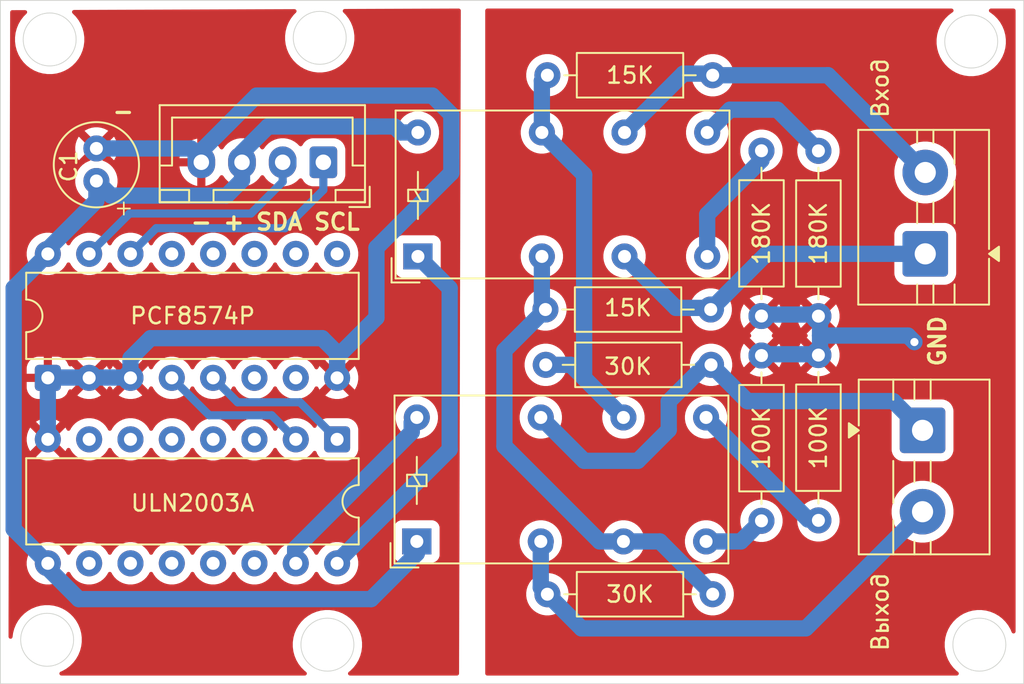
<source format=kicad_pcb>
(kicad_pcb
	(version 20241229)
	(generator "pcbnew")
	(generator_version "9.0")
	(general
		(thickness 1.6)
		(legacy_teardrops no)
	)
	(paper "A4")
	(layers
		(0 "F.Cu" signal)
		(2 "B.Cu" signal)
		(9 "F.Adhes" user "F.Adhesive")
		(11 "B.Adhes" user "B.Adhesive")
		(13 "F.Paste" user)
		(15 "B.Paste" user)
		(5 "F.SilkS" user "F.Silkscreen")
		(7 "B.SilkS" user "B.Silkscreen")
		(1 "F.Mask" user)
		(3 "B.Mask" user)
		(17 "Dwgs.User" user "User.Drawings")
		(19 "Cmts.User" user "User.Comments")
		(21 "Eco1.User" user "User.Eco1")
		(23 "Eco2.User" user "User.Eco2")
		(25 "Edge.Cuts" user)
		(27 "Margin" user)
		(31 "F.CrtYd" user "F.Courtyard")
		(29 "B.CrtYd" user "B.Courtyard")
		(35 "F.Fab" user)
		(33 "B.Fab" user)
		(39 "User.1" user)
		(41 "User.2" user)
		(43 "User.3" user)
		(45 "User.4" user)
	)
	(setup
		(pad_to_mask_clearance 0)
		(allow_soldermask_bridges_in_footprints no)
		(tenting front back)
		(pcbplotparams
			(layerselection 0x00000000_00000000_55555555_5755f5ff)
			(plot_on_all_layers_selection 0x00000000_00000000_00000000_00000000)
			(disableapertmacros no)
			(usegerberextensions no)
			(usegerberattributes yes)
			(usegerberadvancedattributes yes)
			(creategerberjobfile yes)
			(dashed_line_dash_ratio 12.000000)
			(dashed_line_gap_ratio 3.000000)
			(svgprecision 4)
			(plotframeref no)
			(mode 1)
			(useauxorigin no)
			(hpglpennumber 1)
			(hpglpenspeed 20)
			(hpglpendiameter 15.000000)
			(pdf_front_fp_property_popups yes)
			(pdf_back_fp_property_popups yes)
			(pdf_metadata yes)
			(pdf_single_document no)
			(dxfpolygonmode yes)
			(dxfimperialunits yes)
			(dxfusepcbnewfont yes)
			(psnegative no)
			(psa4output no)
			(plot_black_and_white yes)
			(sketchpadsonfab no)
			(plotpadnumbers no)
			(hidednponfab no)
			(sketchdnponfab yes)
			(crossoutdnponfab yes)
			(subtractmaskfromsilk no)
			(outputformat 1)
			(mirror no)
			(drillshape 1)
			(scaleselection 1)
			(outputdirectory "")
		)
	)
	(net 0 "")
	(net 1 "GNDPWR")
	(net 2 "Net-(J5-Pin_2)")
	(net 3 "Net-(J5-Pin_1)")
	(net 4 "Net-(K1-Pad14)")
	(net 5 "Net-(K1-Pad24)")
	(net 6 "Net-(K1-Pad21)")
	(net 7 "Net-(K1-Pad11)")
	(net 8 "Net-(J3-Pin_2)")
	(net 9 "Net-(K2-Pad24)")
	(net 10 "Net-(K2-Pad14)")
	(net 11 "Net-(J1-Pin_1)")
	(net 12 "GNDREF")
	(net 13 "unconnected-(U1-O4-Pad13)")
	(net 14 "unconnected-(U1-I7-Pad7)")
	(net 15 "unconnected-(U1-O3-Pad14)")
	(net 16 "unconnected-(U1-I3-Pad3)")
	(net 17 "unconnected-(U1-O7-Pad10)")
	(net 18 "unconnected-(U1-O5-Pad12)")
	(net 19 "unconnected-(U1-O6-Pad11)")
	(net 20 "unconnected-(U1-I5-Pad5)")
	(net 21 "unconnected-(U1-I4-Pad4)")
	(net 22 "unconnected-(U1-I6-Pad6)")
	(net 23 "unconnected-(U2-P7-Pad12)")
	(net 24 "unconnected-(U2-P6-Pad11)")
	(net 25 "unconnected-(U2-P4-Pad9)")
	(net 26 "unconnected-(U2-P2-Pad6)")
	(net 27 "unconnected-(U2-P5-Pad10)")
	(net 28 "unconnected-(U2-P3-Pad7)")
	(net 29 "unconnected-(U2-~{INT}-Pad13)")
	(net 30 "/P0")
	(net 31 "+5V")
	(net 32 "/Relay1")
	(net 33 "/Relay2")
	(net 34 "/P1")
	(net 35 "Net-(J1-Pin_2)")
	(net 36 "Net-(J3-Pin_1)")
	(footprint "Resistor_THT:R_Axial_DIN0207_L6.3mm_D2.5mm_P10.16mm_Horizontal" (layer "F.Cu") (at 120.78 40.6 180))
	(footprint "Resistor_THT:R_Axial_DIN0207_L6.3mm_D2.5mm_P10.16mm_Horizontal" (layer "F.Cu") (at 127.28 55.407882 90))
	(footprint "Relay_THT:Relay_DPDT_Finder_30.22" (layer "F.Cu") (at 102.595 69.255))
	(footprint "TerminalBlock:TerminalBlock_MaiXu_MX126-5.0-02P_1x02_P5.00mm" (layer "F.Cu") (at 133.68 62.427882 -90))
	(footprint "Relay_THT:Relay_DPDT_Finder_30.22" (layer "F.Cu") (at 102.6625 51.7375))
	(footprint "Resistor_THT:R_Axial_DIN0207_L6.3mm_D2.5mm_P10.16mm_Horizontal" (layer "F.Cu") (at 120.78 72.5 180))
	(footprint "Resistor_THT:R_Axial_DIN0207_L6.3mm_D2.5mm_P10.16mm_Horizontal" (layer "F.Cu") (at 123.78 55.4 90))
	(footprint "Capacitor_THT:C_Radial_D5.0mm_H11.0mm_P2.00mm" (layer "F.Cu") (at 82.9 47.1 90))
	(footprint "Resistor_THT:R_Axial_DIN0207_L6.3mm_D2.5mm_P10.16mm_Horizontal" (layer "F.Cu") (at 110.52 58.4))
	(footprint "Package_DIP:DIP-16_W7.62mm" (layer "F.Cu") (at 97.695 62.98 -90))
	(footprint "Resistor_THT:R_Axial_DIN0207_L6.3mm_D2.5mm_P10.16mm_Horizontal" (layer "F.Cu") (at 120.66 55 180))
	(footprint "Resistor_THT:R_Axial_DIN0207_L6.3mm_D2.5mm_P10.16mm_Horizontal" (layer "F.Cu") (at 123.78 57.827882 -90))
	(footprint "Connector_JST:JST_XH_B4B-XH-A_1x04_P2.50mm_Vertical" (layer "F.Cu") (at 96.85 45.95 180))
	(footprint "Resistor_THT:R_Axial_DIN0207_L6.3mm_D2.5mm_P10.16mm_Horizontal" (layer "F.Cu") (at 127.28 57.8 -90))
	(footprint "TerminalBlock:TerminalBlock_MaiXu_MX126-5.0-02P_1x02_P5.00mm" (layer "F.Cu") (at 133.8475 51.577882 90))
	(footprint "Package_DIP:DIP-16_W7.62mm" (layer "F.Cu") (at 79.915 59.2 90))
	(gr_circle
		(center 137.172118 75.6)
		(end 138.272118 76.8)
		(stroke
			(width 0.05)
			(type default)
		)
		(fill no)
		(layer "Edge.Cuts")
		(uuid "63ad7dc7-6f34-4711-ba9b-c5e29d8429d1")
	)
	(gr_circle
		(center 97.1 75.6)
		(end 98.2 76.8)
		(stroke
			(width 0.05)
			(type default)
		)
		(fill no)
		(layer "Edge.Cuts")
		(uuid "6e71b459-c1c6-4fa2-a65b-d1187ba052a5")
	)
	(gr_circle
		(center 96.627882 38.3)
		(end 97.727882 39.5)
		(stroke
			(width 0.05)
			(type default)
		)
		(fill no)
		(layer "Edge.Cuts")
		(uuid "789b738e-8251-4d2d-b0fb-460cf3c77a92")
	)
	(gr_circle
		(center 136.672118 38.527882)
		(end 137.772118 39.727882)
		(stroke
			(width 0.05)
			(type default)
		)
		(fill no)
		(layer "Edge.Cuts")
		(uuid "850afa1a-1c74-4934-8f7b-43415d39d947")
	)
	(gr_circle
		(center 79.872118 75.3)
		(end 80.972118 76.5)
		(stroke
			(width 0.05)
			(type default)
		)
		(fill no)
		(layer "Edge.Cuts")
		(uuid "8733dc33-e54d-4955-825e-e62f9decc21a")
	)
	(gr_circle
		(center 80.027882 38.4)
		(end 81.127882 39.6)
		(stroke
			(width 0.05)
			(type default)
		)
		(fill no)
		(layer "Edge.Cuts")
		(uuid "beb3a4bf-1614-44d6-96b7-2a13ec76ab46")
	)
	(gr_rect
		(start 77 36)
		(end 139.9 78)
		(stroke
			(width 0.05)
			(type default)
		)
		(fill no)
		(layer "Edge.Cuts")
		(uuid "d4afdc98-b508-44c0-967b-66a049c2e22d")
	)
	(gr_text "+"
		(at 83.9 49.3 0)
		(layer "F.SilkS")
		(uuid "1e76314d-2792-4e9d-a2df-6b48c07fe672")
		(effects
			(font
				(size 1 1)
				(thickness 0.1)
			)
			(justify left bottom)
		)
	)
	(gr_text "-"
		(at 83.8 43.4 0)
		(layer "F.SilkS")
		(uuid "56e44722-263d-47d3-aebf-6517daa67f49")
		(effects
			(font
				(size 1 1)
				(thickness 0.2)
				(bold yes)
			)
			(justify left bottom)
		)
	)
	(gr_text "- + SDA SCL"
		(at 88.6 50.2 0)
		(layer "F.SilkS")
		(uuid "5e549db4-1833-4270-a226-666beac1e384")
		(effects
			(font
				(size 1 1)
				(thickness 0.2)
				(bold yes)
			)
			(justify left bottom)
		)
	)
	(gr_text "GND"
		(at 135.18 58.6 90)
		(layer "F.SilkS")
		(uuid "819dfd36-eb48-4249-83ef-13827f89ae5f")
		(effects
			(font
				(size 1 1)
				(thickness 0.2)
				(bold yes)
			)
			(justify left bottom)
		)
	)
	(segment
		(start 84.995 59.2)
		(end 84.995 58)
		(width 1)
		(layer "B.Cu")
		(net 1)
		(uuid "15987dfe-f09a-44c8-9dd9-1245d1052725")
	)
	(segment
		(start 79.955 59.18)
		(end 84.735 59.18)
		(width 1)
		(layer "B.Cu")
		(net 1)
		(uuid "2a58ca5e-0a39-4da7-a304-cb328f8aa8d9")
	)
	(segment
		(start 92.75 41.85)
		(end 103.55 41.85)
		(width 1)
		(layer "B.Cu")
		(net 1)
		(uuid "2e6fee66-b107-4a2a-b80a-fb4ad05de42e")
	)
	(segment
		(start 97.695 57.92)
		(end 97.695 59.2)
		(width 1)
		(layer "B.Cu")
		(net 1)
		(uuid "35697830-0853-4c59-a2ac-54df73cf27a4")
	)
	(segment
		(start 104.715 46.6)
		(end 100.115 51.2)
		(width 1)
		(layer "B.Cu")
		(net 1)
		(uuid "37d5d618-40a9-4c8f-acfd-b0d0acee7547")
	)
	(segment
		(start 79.915 59.2)
		(end 79.915 62.98)
		(width 1)
		(layer "B.Cu")
		(net 1)
		(uuid "52d0cc5f-1f92-4080-ae6b-c840c9f3542c")
	)
	(segment
		(start 79.655 59.48)
		(end 79.955 59.18)
		(width 1)
		(layer "B.Cu")
		(net 1)
		(uuid "5994bf65-9fc5-483d-86c2-653495b5e28c")
	)
	(segment
		(start 89.35 45.735)
		(end 89.35 45.95)
		(width 1)
		(layer "B.Cu")
		(net 1)
		(uuid "5c8e9f56-b4a6-45f6-9139-f92c957fb329")
	)
	(segment
		(start 97.695 57.68)
		(end 97.695 59.2)
		(width 1)
		(layer "B.Cu")
		(net 1)
		(uuid "6ce8beef-8ccd-41b4-81f3-f4089e77ccdf")
	)
	(segment
		(start 96.775 56.76)
		(end 97.695 57.68)
		(width 1)
		(layer "B.Cu")
		(net 1)
		(uuid "6d3358a6-ce7e-4a68-bd97-d43b49d75025")
	)
	(segment
		(start 84.995 58)
		(end 86.235 56.76)
		(width 1)
		(layer "B.Cu")
		(net 1)
		(uuid "7c29df3b-20c5-4773-8ec2-feaa2d60b5b9")
	)
	(segment
		(start 88.715 45.1)
		(end 89.35 45.735)
		(width 1)
		(layer "B.Cu")
		(net 1)
		(uuid "92035281-552b-4ab0-94d9-e2220df5b41c")
	)
	(segment
		(start 100.115 51.2)
		(end 100.115 55.5)
		(width 1)
		(layer "B.Cu")
		(net 1)
		(uuid "a52d151a-9fbd-4121-83a6-f2478ec47300")
	)
	(segment
		(start 89 45.6)
		(end 92.75 41.85)
		(width 1)
		(layer "B.Cu")
		(net 1)
		(uuid "a7ba0242-79ca-46f8-98ec-981206799855")
	)
	(segment
		(start 86.235 56.76)
		(end 96.775 56.76)
		(width 1)
		(layer "B.Cu")
		(net 1)
		(uuid "aa899df2-3a8b-43f3-9288-596a9ea79913")
	)
	(segment
		(start 100.115 55.5)
		(end 97.695 57.92)
		(width 1)
		(layer "B.Cu")
		(net 1)
		(uuid "b9498e31-602e-4bca-9b75-e6ecb99498ad")
	)
	(segment
		(start 103.55 41.85)
		(end 104.715 43.015)
		(width 1)
		(layer "B.Cu")
		(net 1)
		(uuid "bc00698f-d178-4dc4-ae7d-04dbccccea81")
	)
	(segment
		(start 82.9 45.1)
		(end 88.715 45.1)
		(width 1)
		(layer "B.Cu")
		(net 1)
		(uuid "bdb2a0a5-d78d-434d-aff0-ac8d7ba61cfa")
	)
	(segment
		(start 104.715 43.015)
		(end 104.715 46.6)
		(width 1)
		(layer "B.Cu")
		(net 1)
		(uuid "e8d761e0-20f9-4628-959d-7275d7444717")
	)
	(segment
		(start 89.35 45.95)
		(end 89 45.6)
		(width 1)
		(layer "B.Cu")
		(net 1)
		(uuid "f2b47236-bffc-44d3-a7e8-d9d8134b8284")
	)
	(segment
		(start 84.935 49.1)
		(end 92.4 49.1)
		(width 0.5)
		(layer "B.Cu")
		(net 2)
		(uuid "7f0fa65f-9384-4170-8f79-d18edce576c3")
	)
	(segment
		(start 94.35 47.15)
		(end 94.35 45.95)
		(width 0.5)
		(layer "B.Cu")
		(net 2)
		(uuid "e593d03d-7a72-4d36-9c8d-4d59bc021859")
	)
	(segment
		(start 92.4 49.1)
		(end 94.35 47.15)
		(width 0.5)
		(layer "B.Cu")
		(net 2)
		(uuid "f594406a-be1a-4ae2-8cca-b512c4905b41")
	)
	(segment
		(start 82.455 51.58)
		(end 84.935 49.1)
		(width 0.5)
		(layer "B.Cu")
		(net 2)
		(uuid "f847bd6c-5b15-4ff1-a05f-f245407898eb")
	)
	(segment
		(start 86.575 50)
		(end 94.5 50)
		(width 0.5)
		(layer "B.Cu")
		(net 3)
		(uuid "49dbff1a-2ab3-4835-9fc4-dd7d7d4522c1")
	)
	(segment
		(start 84.995 51.58)
		(end 86.575 50)
		(width 0.5)
		(layer "B.Cu")
		(net 3)
		(uuid "998c480b-2bc6-4888-9418-6e4c2a1c80f2")
	)
	(segment
		(start 94.5 50)
		(end 96.85 47.65)
		(width 0.5)
		(layer "B.Cu")
		(net 3)
		(uuid "a5a449d0-a066-4dd4-92bb-0b4cb55059e5")
	)
	(segment
		(start 96.85 47.65)
		(end 96.85 45.95)
		(width 0.5)
		(layer "B.Cu")
		(net 3)
		(uuid "b6e4ca13-ac49-40c8-89f9-3d322698b88a")
	)
	(segment
		(start 120.4425 51.7375)
		(end 120.4425 49.1575)
		(width 1)
		(layer "B.Cu")
		(net 4)
		(uuid "7fb0d357-dfa6-496a-8ee6-f123839fe3dd")
	)
	(segment
		(start 120.4425 49.1575)
		(end 123.78 45.82)
		(width 1)
		(layer "B.Cu")
		(net 4)
		(uuid "a0fa5bc7-3ce5-4744-a69e-5ce450098d49")
	)
	(segment
		(start 123.78 45.82)
		(end 123.78 45.24)
		(width 1)
		(layer "B.Cu")
		(net 4)
		(uuid "e81a6247-53a6-4c78-99df-ba0e1b955cb1")
	)
	(segment
		(start 121.8425 42.7175)
		(end 124.749618 42.7175)
		(width 1)
		(layer "B.Cu")
		(net 5)
		(uuid "11b2ca4b-0466-43c5-a13b-fef3bfc66a7b")
	)
	(segment
		(start 124.749618 42.7175)
		(end 127.28 45.247882)
		(width 1)
		(layer "B.Cu")
		(net 5)
		(uuid "2075f83c-73fd-4105-8d20-139188d0b6cc")
	)
	(segment
		(start 120.4425 44.1175)
		(end 121.8425 42.7175)
		(width 1)
		(layer "B.Cu")
		(net 5)
		(uuid "51739a78-e03e-49fc-bd58-dfe8a45a23d9")
	)
	(segment
		(start 110.2825 40.9375)
		(end 110.62 40.6)
		(width 1)
		(layer "B.Cu")
		(net 6)
		(uuid "00562d64-0698-4b45-9a8e-436ed93ba02f")
	)
	(segment
		(start 114.22 60.56)
		(end 115.295 61.635)
		(width 1)
		(layer "B.Cu")
		(net 6)
		(uuid "20531668-350c-4087-abea-45957ee1b947")
	)
	(segment
		(start 110.2825 44.1175)
		(end 112.88 46.715)
		(width 1)
		(layer "B.Cu")
		(net 6)
		(uuid "520b6ead-2747-45da-976d-e3f657701350")
	)
	(segment
		(start 112.88 59.22)
		(end 114.22 60.56)
		(width 1)
		(layer "B.Cu")
		(net 6)
		(uuid "5e4adb8b-f82f-43e7-a617-76b959cb4336")
	)
	(segment
		(start 110.52 58.4)
		(end 112.06 58.4)
		(width 1)
		(layer "B.Cu")
		(net 6)
		(uuid "7f796f9c-5c58-4a1a-8540-7fcfd940d00e")
	)
	(segment
		(start 110.2825 44.1175)
		(end 110.2825 40.9375)
		(width 1)
		(layer "B.Cu")
		(net 6)
		(uuid "d52c5a05-25fa-4ebb-8d8e-bd408b4282bb")
	)
	(segment
		(start 112.88 46.715)
		(end 112.88 59.22)
		(width 1)
		(layer "B.Cu")
		(net 6)
		(uuid "dccc5d09-6407-491b-bb3a-4ed9b9ace1c3")
	)
	(segment
		(start 112.06 58.4)
		(end 114.22 60.56)
		(width 1)
		(layer "B.Cu")
		(net 6)
		(uuid "f08a1591-98af-440e-a2f3-313644df36ef")
	)
	(segment
		(start 107.98 63.4)
		(end 113.835 69.255)
		(width 1)
		(layer "B.Cu")
		(net 7)
		(uuid "1ede0e0a-6df6-4fae-8f5d-88071feed141")
	)
	(segment
		(start 115.295 69.255)
		(end 117.535 69.255)
		(width 1)
		(layer "B.Cu")
		(net 7)
		(uuid "361468c3-b174-42c7-b60a-c6593c16e4e0")
	)
	(segment
		(start 110.2825 51.7375)
		(end 110.2825 54.7825)
		(width 1)
		(layer "B.Cu")
		(net 7)
		(uuid "365bdee3-ae3a-44f8-b862-aeaf538061bc")
	)
	(segment
		(start 113.835 69.255)
		(end 115.295 69.255)
		(width 1)
		(layer "B.Cu")
		(net 7)
		(uuid "65e55aa2-7da2-49b8-879c-ec3cd11dc380")
	)
	(segment
		(start 110.5 55)
		(end 107.98 57.52)
		(width 1)
		(layer "B.Cu")
		(net 7)
		(uuid "85d5b5a9-494b-45c9-91b8-521c7cc5f2d5")
	)
	(segment
		(start 117.535 69.255)
		(end 120.78 72.5)
		(width 1)
		(layer "B.Cu")
		(net 7)
		(uuid "d2cc84a4-7c74-4025-9e19-5e57e89d56b2")
	)
	(segment
		(start 110.2825 54.7825)
		(end 110.5 55)
		(width 1)
		(layer "B.Cu")
		(net 7)
		(uuid "ebf3cc39-02fd-4b8d-a34b-511fa6758d67")
	)
	(segment
		(start 107.98 57.52)
		(end 107.98 63.4)
		(width 1)
		(layer "B.Cu")
		(net 7)
		(uuid "f9f8d66e-45be-4897-b7da-3635953083f0")
	)
	(segment
		(start 115.3625 44.1175)
		(end 118.98 40.5)
		(width 1)
		(layer "B.Cu")
		(net 8)
		(uuid "0bda032e-1a5d-4a67-9e2b-db4a3b274f98")
	)
	(segment
		(start 127.869618 40.6)
		(end 133.8475 46.577882)
		(width 1)
		(layer "B.Cu")
		(net 8)
		(uuid "7e980e97-b1df-4fc2-a20b-00446343eb8a")
	)
	(segment
		(start 120.68 40.5)
		(end 120.78 40.6)
		(width 1)
		(layer "B.Cu")
		(net 8)
		(uuid "97089d10-3b38-46b5-8591-2017c0caf426")
	)
	(segment
		(start 118.98 40.5)
		(end 120.68 40.5)
		(width 1)
		(layer "B.Cu")
		(net 8)
		(uuid "9d4bf759-0525-4d22-8f67-9563b0cac410")
	)
	(segment
		(start 127.869618 40.6)
		(end 128.724809 41.455191)
		(width 1)
		(layer "B.Cu")
		(net 8)
		(uuid "dac7af42-6ad5-43dd-9642-9b5844d4f8bc")
	)
	(segment
		(start 120.78 40.6)
		(end 127.869618 40.6)
		(width 1)
		(layer "B.Cu")
		(net 8)
		(uuid "e57c5664-ea5f-4b68-a859-5ba68d57e940")
	)
	(segment
		(start 126.647882 67.907882)
		(end 127.38 67.907882)
		(width 1)
		(layer "B.Cu")
		(net 9)
		(uuid "7acbd1f1-74a7-485a-88b9-8d491d24e7ac")
	)
	(segment
		(start 120.375 61.635)
		(end 126.647882 67.907882)
		(width 1)
		(layer "B.Cu")
		(net 9)
		(uuid "e466d244-45ee-466f-8741-bc0e5025fed8")
	)
	(segment
		(start 120.375 69.255)
		(end 122.512882 69.255)
		(width 1)
		(layer "B.Cu")
		(net 10)
		(uuid "082090ca-e21e-4448-a9e0-b7094a94c522")
	)
	(segment
		(start 122.512882 69.255)
		(end 123.123941 68.643941)
		(width 1)
		(layer "B.Cu")
		(net 10)
		(uuid "cea6142b-d224-4d19-bccf-db3df9b01a3d")
	)
	(segment
		(start 122.685 69.082882)
		(end 123.78 67.987882)
		(width 1)
		(layer "B.Cu")
		(net 10)
		(uuid "ec2cedc3-c9f9-4934-934a-8e57bec2efd9")
	)
	(segment
		(start 118.08 62.4)
		(end 118.08 60.65)
		(width 1)
		(layer "B.Cu")
		(net 11)
		(uuid "0aafe989-59b9-4a85-96b9-2dada22720ed")
	)
	(segment
		(start 120.68 58.4)
		(end 122.907882 60.627882)
		(width 1)
		(layer "B.Cu")
		(net 11)
		(uuid "17c2ccc4-b5a5-4a7d-8425-f3c151334f27")
	)
	(segment
		(start 116.18 64.3)
		(end 118.08 62.4)
		(width 1)
		(layer "B.Cu")
		(net 11)
		(uuid "24b567d8-5aa5-4946-8250-13c72fc23a12")
	)
	(segment
		(start 118.08 60.65)
		(end 120.33 58.4)
		(width 1)
		(layer "B.Cu")
		(net 11)
		(uuid "4d2e2f81-c671-4276-84ce-8e07e24ef562")
	)
	(segment
		(start 122.907882 60.627882)
		(end 123.98 60.627882)
		(width 1)
		(layer "B.Cu")
		(net 11)
		(uuid "734f166d-c8c7-4cf5-87bb-56021e29d8a6")
	)
	(segment
		(start 122.907882 60.627882)
		(end 131.88 60.627882)
		(width 1)
		(layer "B.Cu")
		(net 11)
		(uuid "83ddd409-531d-4c58-8ff2-bb159f0119a1")
	)
	(segment
		(start 120.33 58.4)
		(end 120.68 58.4)
		(width 1)
		(layer "B.Cu")
		(net 11)
		(uuid "947497f4-ff45-4d06-994d-dc2253cd76b3")
	)
	(segment
		(start 133.144 62.963882)
		(end 133.68 62.427882)
		(width 1)
		(layer "B.Cu")
		(net 11)
		(uuid "9618eb79-f21a-4080-b09f-b047fbe1d079")
	)
	(segment
		(start 131.88 60.627882)
		(end 133.68 62.427882)
		(width 1)
		(layer "B.Cu")
		(net 11)
		(uuid "99d19dce-a811-4bc9-8a05-3b5339c81296")
	)
	(segment
		(start 110.215 61.635)
		(end 112.88 64.3)
		(width 1)
		(layer "B.Cu")
		(net 11)
		(uuid "a1214136-0c59-4b7c-af89-8ca482f17162")
	)
	(segment
		(start 112.88 64.3)
		(end 116.18 64.3)
		(width 1)
		(layer "B.Cu")
		(net 11)
		(uuid "b2a4cdba-d9ac-406b-b94d-ba2fa1e6fcdb")
	)
	(segment
		(start 122.23 59.95)
		(end 122.907882 60.627882)
		(width 1)
		(layer "B.Cu")
		(net 11)
		(uuid "c0076667-8369-4c40-a6b8-6263abf5a378")
	)
	(via
		(at 133.18 57)
		(size 1)
		(drill 0.5)
		(layers "F.Cu" "B.Cu")
		(free yes)
		(net 12)
		(uuid "96a80e05-743b-47c6-85e2-a1015d9bb919")
	)
	(segment
		(start 123.68 55.307882)
		(end 127.18 55.307882)
		(width 1)
		(layer "B.Cu")
		(net 12)
		(uuid "04ed816e-2c56-4f3e-8d57-a04566eeef6b")
	)
	(segment
		(start 127.38 57.747882)
		(end 127.38 56.6)
		(width 1)
		(layer "B.Cu")
		(net 12)
		(uuid "47564e64-15f9-46ea-bd0c-e6853bec300e")
	)
	(segment
		(start 127.38 55.507882)
		(end 127.28 55.407882)
		(width 1)
		(layer "B.Cu")
		(net 12)
		(uuid "5f08288d-07d8-48db-9cfb-be8ff58c8d1e")
	)
	(segment
		(start 127.38 56.6)
		(end 127.38 55.507882)
		(width 1)
		(layer "B.Cu")
		(net 12)
		(uuid "643329cc-b0f4-474b-ad8e-46d75eeedbe1")
	)
	(segment
		(start 127.38 57.747882)
		(end 123.86 57.747882)
		(width 1)
		(layer "B.Cu")
		(net 12)
		(uuid "95ced427-79da-407c-9938-af376107e168")
	)
	(segment
		(start 132.78 56.6)
		(end 133.18 57)
		(width 1)
		(layer "B.Cu")
		(net 12)
		(uuid "a7c55cf4-6582-45c5-ab7b-bfe36f8468b0")
	)
	(segment
		(start 127.38 56.6)
		(end 132.78 56.6)
		(width 1)
		(layer "B.Cu")
		(net 12)
		(uuid "d20ab630-86dc-42c6-bb47-cd244426329c")
	)
	(segment
		(start 123.86 57.747882)
		(end 123.78 57.827882)
		(width 1)
		(layer "B.Cu")
		(net 12)
		(uuid "dd484292-a22b-485f-b021-d64df3f4ca74")
	)
	(segment
		(start 127.18 55.307882)
		(end 127.28 55.407882)
		(width 1)
		(layer "B.Cu")
		(net 12)
		(uuid "ec1fb7bd-99fa-4cda-a916-6a20b882edc8")
	)
	(segment
		(start 89.835 61.5)
		(end 93.675 61.5)
		(width 0.5)
		(layer "B.Cu")
		(net 30)
		(uuid "1bff57ca-76c3-4d6d-9d11-4f01d4951e4c")
	)
	(segment
		(start 87.535 59.2)
		(end 89.835 61.5)
		(width 0.5)
		(layer "B.Cu")
		(net 30)
		(uuid "b6ef5d3e-36ea-4e81-a731-c1d15b4395c4")
	)
	(segment
		(start 93.675 61.5)
		(end 95.155 62.98)
		(width 0.5)
		(layer "B.Cu")
		(net 30)
		(uuid "e06390c7-8873-4783-9ea5-8958f96a700a")
	)
	(segment
		(start 90.9 48)
		(end 83.8 48)
		(width 1)
		(layer "B.Cu")
		(net 31)
		(uuid "08f4fc58-d081-4c90-a81f-002cf05fb55e")
	)
	(segment
		(start 79.915 70.9)
		(end 81.815 72.8)
		(width 1)
		(layer "B.Cu")
		(net 31)
		(uuid "0d6c2109-39e5-4b90-add9-55c38928ba12")
	)
	(segment
		(start 82.9 47.1)
		(end 82.9 48.315)
		(width 1)
		(layer "B.Cu")
		(net 31)
		(uuid "0d7e2a71-9195-4c07-b1d7-2bf88772d933")
	)
	(segment
		(start 101.23 43.75)
		(end 101.5975 44.1175)
		(width 1)
		(layer "B.Cu")
		(net 31)
		(uuid "0f72f44e-439d-4edb-85f6-5eda8c70041e")
	)
	(segment
		(start 102.595 69.99)
		(end 102.595 69.255)
		(width 1)
		(layer "B.Cu")
		(net 31)
		(uuid "1bee47d5-6a4f-43ba-8743-8e993a9ea17d")
	)
	(segment
		(start 91.85 45.95)
		(end 91.85 47.05)
		(width 1)
		(layer "B.Cu")
		(net 31)
		(uuid "26142726-f267-46cd-ba33-e1eb2f0c3f06")
	)
	(segment
		(start 77.816 53.679)
		(end 77.816 68.501)
		(width 1)
		(layer "B.Cu")
		(net 31)
		(uuid "36f9bff9-018a-46b8-b240-0b4d177aa2f2")
	)
	(segment
		(start 99.785 72.8)
		(end 102.595 69.99)
		(width 1)
		(layer "B.Cu")
		(net 31)
		(uuid "4186c28a-0928-455b-94b9-48326156a0e2")
	)
	(segment
		(start 101.5975 44.1175)
		(end 102.6625 44.1175)
		(width 1)
		(layer "B.Cu")
		(net 31)
		(uuid "4d96ee16-b934-468f-a5d9-554ea74860e5")
	)
	(segment
		(start 79.915 51.58)
		(end 77.816 53.679)
		(width 1)
		(layer "B.Cu")
		(net 31)
		(uuid "5cb9cc26-e3b1-4e62-9378-ec2330b8a7df")
	)
	(segment
		(start 82.9 48.315)
		(end 79.915 51.3)
		(width 1)
		(layer "B.Cu")
		(net 31)
		(uuid "723e5b95-3e3e-42df-82d9-0c29f0d36143")
	)
	(segment
		(start 79.915 70.6)
		(end 79.915 70.9)
		(width 1)
		(layer "B.Cu")
		(net 31)
		(uuid "7352ae82-86eb-424a-864e-2801819d65ce")
	)
	(segment
		(start 91.85 47.05)
		(end 90.9 48)
		(width 1)
		(layer "B.Cu")
		(net 31)
		(uuid "859ac993-a43e-4106-b13b-a08145a48228")
	)
	(segment
		(start 83.8 48)
		(end 82.9 47.1)
		(width 1)
		(layer "B.Cu")
		(net 31)
		(uuid "948874e4-af3b-4625-88a3-29d62e23d502")
	)
	(segment
		(start 93.45 43.75)
		(end 100.115 43.75)
		(width 1)
		(layer "B.Cu")
		(net 31)
		(uuid "95b02e85-5908-40f1-85f7-858eb4b4c622")
	)
	(segment
		(start 81.815 72.8)
		(end 99.785 72.8)
		(width 1)
		(layer "B.Cu")
		(net 31)
		(uuid "9840bcab-69b8-4362-afc5-dd3757156b5c")
	)
	(segment
		(start 91.85 45.35)
		(end 93.45 43.75)
		(width 1)
		(layer "B.Cu")
		(net 31)
		(uuid "b3f0c5ad-950a-4fb2-ae42-4a150c6b3537")
	)
	(segment
		(start 79.915 51.3)
		(end 79.915 51.58)
		(width 1)
		(layer "B.Cu")
		(net 31)
		(uuid "d748c241-bc84-499f-8a78-a9d34deef6d5")
	)
	(segment
		(start 91.85 45.95)
		(end 91.85 45.35)
		(width 1)
		(layer "B.Cu")
		(net 31)
		(uuid "e2540082-c1f2-4b41-a876-8ecbb604194c")
	)
	(segment
		(start 77.816 68.501)
		(end 79.915 70.6)
		(width 1)
		(layer "B.Cu")
		(net 31)
		(uuid "fcadb567-cb37-4bc5-a70c-032f9862dffc")
	)
	(segment
		(start 98.9 43.75)
		(end 101.23 43.75)
		(width 1)
		(layer "B.Cu")
		(net 31)
		(uuid "fce4ba44-fe2e-4bb3-b4de-c4152ced0c00")
	)
	(segment
		(start 104.615 53.69)
		(end 104.615 63.6)
		(width 1)
		(layer "B.Cu")
		(net 32)
		(uuid "0a296244-ee4e-4d60-9db1-c38e79d88a2c")
	)
	(segment
		(start 104.615 63.6)
		(end 97.695 70.52)
		(width 1)
		(layer "B.Cu")
		(net 32)
		(uuid "9b2d44a2-4139-444b-b95e-d26cdb7c3c07")
	)
	(segment
		(start 97.695 70.52)
		(end 97.695 70.6)
		(width 1)
		(layer "B.Cu")
		(net 32)
		(uuid "9e40d5ae-b4cc-4822-b722-a24b4c6ed55c")
	)
	(segment
		(start 102.6625 51.7375)
		(end 104.615 53.69)
		(width 1)
		(layer "B.Cu")
		(net 32)
		(uuid "b4b72ad9-916a-4c04-a696-1b80c8aaf89b")
	)
	(segment
		(start 102.595 61.635)
		(end 102.28 61.95)
		(width 1)
		(layer "B.Cu")
		(net 33)
		(uuid "188dc905-d80e-489a-b84d-6897c579fdbd")
	)
	(segment
		(start 102.28 61.95)
		(end 102.28 62.535)
		(width 1)
		(layer "B.Cu")
		(net 33)
		(uuid "35e5de94-6113-4c7c-bd25-80c0857de21b")
	)
	(segment
		(start 95.115 70.56)
		(end 95.155 70.6)
		(width 1)
		(layer "B.Cu")
		(net 33)
		(uuid "6efb8657-abbd-48c5-aef9-0ff86d0032b2")
	)
	(segment
		(start 95.115 69.7)
		(end 95.115 70.56)
		(width 1)
		(layer "B.Cu")
		(net 33)
		(uuid "720389d9-2133-404e-9905-c60488863f07")
	)
	(segment
		(start 102.28 62.535)
		(end 95.115 69.7)
		(width 1)
		(layer "B.Cu")
		(net 33)
		(uuid "92bba8c2-7f36-458f-b60d-7871f1ae8b91")
	)
	(segment
		(start 90.075 59.2)
		(end 91.575 60.7)
		(width 0.5)
		(layer "B.Cu")
		(net 34)
		(uuid "1a104df1-4f0e-46a4-84bc-ea7dde9ee03a")
	)
	(segment
		(start 91.575 60.7)
		(end 95.415 60.7)
		(width 0.5)
		(layer "B.Cu")
		(net 34)
		(uuid "318e382c-65c5-4be1-a41f-1eaadebaac64")
	)
	(segment
		(start 95.415 60.7)
		(end 97.695 62.98)
		(width 0.5)
		(layer "B.Cu")
		(net 34)
		(uuid "83d96094-d7d1-48f9-9f75-2544643d1ff7")
	)
	(segment
		(start 126.507882 74.6)
		(end 133.68 67.427882)
		(width 1)
		(layer "B.Cu")
		(net 35)
		(uuid "34d789df-b3ec-4cb3-aae7-d576048140b7")
	)
	(segment
		(start 110.48 69.52)
		(end 110.215 69.255)
		(width 1)
		(layer "B.Cu")
		(net 35)
		(uuid "a234294a-fcc3-4b02-a02c-3344513ca20f")
	)
	(segment
		(start 110.215 72.095)
		(end 110.62 72.5)
		(width 1)
		(layer "B.Cu")
		(net 35)
		(uuid "aa3f90b5-e52c-423a-b887-36105c743f01")
	)
	(segment
		(start 112.72 74.6)
		(end 126.38 74.6)
		(width 1)
		(layer "B.Cu")
		(net 35)
		(uuid "adc2ed30-9982-4790-9bfa-c13f163b7e61")
	)
	(segment
		(start 110.62 72.5)
		(end 112.72 74.6)
		(width 1)
		(layer "B.Cu")
		(net 35)
		(uuid "e00ec0a2-8789-48f6-ae56-11702475da60")
	)
	(segment
		(start 110.215 69.255)
		(end 110.215 72.095)
		(width 1)
		(layer "B.Cu")
		(net 35)
		(uuid "f194c2fd-fb7b-47c3-944e-26b8ebd7f0e9")
	)
	(segment
		(start 120.66 55)
		(end 120.98 55)
		(width 1)
		(layer "B.Cu")
		(net 36)
		(uuid "29031416-b5bb-46ba-ae08-85c238b1fdf4")
	)
	(segment
		(start 118.525 54.9)
		(end 120.56 54.9)
		(width 1)
		(layer "B.Cu")
		(net 36)
		(uuid "3a2ed4c2-88de-42ca-ba52-cb0c482e0db5")
	)
	(segment
		(start 124.082118 51.577882)
		(end 133.8475 51.577882)
		(width 1)
		(layer "B.Cu")
		(net 36)
		(uuid "54452fd8-2eda-4310-9474-1ecee6d57966")
	)
	(segment
		(start 120.66 55)
		(end 124.082118 51.577882)
		(width 1)
		(layer "B.Cu")
		(net 36)
		(uuid "5c4b2b73-80ad-48cb-a58a-7fe75d8e6c27")
	)
	(segment
		(start 115.3625 51.7375)
		(end 118.525 54.9)
		(width 1)
		(layer "B.Cu")
		(net 36)
		(uuid "953122ac-7737-4c44-85dd-9a326b50a620")
	)
	(segment
		(start 120.56 54.9)
		(end 120.66 55)
		(width 1)
		(layer "B.Cu")
		(net 36)
		(uuid "a1eae1c9-4feb-45a7-be64-7f91fa9d3fa7")
	)
	(zone
		(net 1)
		(net_name "GNDPWR")
		(layer "F.Cu")
		(uuid "266bf4f0-4f89-438f-b266-25c5f574129b")
		(hatch edge 0.5)
		(priority 1)
		(connect_pads
			(clearance 0.5)
		)
		(min_thickness 0.25)
		(filled_areas_thickness no)
		(fill yes
			(thermal_gap 0.5)
			(thermal_bridge_width 0.5)
		)
		(polygon
			(pts
				(xy 105.3 36.5) (xy 77.6 36.6) (xy 77.490957 77.6) (xy 105.190981 77.6)
			)
		)
		(filled_polygon
			(layer "F.Cu")
			(pts
				(xy 105.242708 36.520185) (xy 105.288463 36.572989) (xy 105.299668 36.624828) (xy 105.191577 77.3755)
				(xy 105.191576 77.375829) (xy 105.171713 77.442816) (xy 105.118788 77.488431) (xy 105.067576 77.4995)
				(xy 98.486066 77.4995) (xy 98.419027 77.479815) (xy 98.373272 77.427011) (xy 98.363328 77.357853)
				(xy 98.392353 77.294297) (xy 98.41058 77.277124) (xy 98.494168 77.212984) (xy 98.506351 77.203636)
				(xy 98.703636 77.006351) (xy 98.873482 76.785003) (xy 99.012984 76.543379) (xy 99.119754 76.285614)
				(xy 99.191965 76.016118) (xy 99.228382 75.739502) (xy 99.228382 75.460498) (xy 99.191965 75.183882)
				(xy 99.119754 74.914386) (xy 99.012984 74.656621) (xy 99.012982 74.656618) (xy 99.01298 74.656613)
				(xy 98.873486 74.415004) (xy 98.873482 74.414997) (xy 98.703636 74.193649) (xy 98.703631 74.193643)
				(xy 98.506356 73.996368) (xy 98.506349 73.996362) (xy 98.285011 73.826524) (xy 98.285009 73.826522)
				(xy 98.285003 73.826518) (xy 98.284998 73.826515) (xy 98.284995 73.826513) (xy 98.043386 73.687019)
				(xy 98.043369 73.687011) (xy 97.785612 73.580245) (xy 97.650866 73.54414) (xy 97.516118 73.508035)
				(xy 97.516112 73.508034) (xy 97.516107 73.508033) (xy 97.239512 73.471619) (xy 97.239507 73.471618)
				(xy 97.239502 73.471618) (xy 96.960498 73.471618) (xy 96.960492 73.471618) (xy 96.960487 73.471619)
				(xy 96.683892 73.508033) (xy 96.683885 73.508034) (xy 96.683882 73.508035) (xy 96.626928 73.523295)
				(xy 96.414387 73.580245) (xy 96.15663 73.687011) (xy 96.156613 73.687019) (xy 95.915004 73.826513)
				(xy 95.914988 73.826524) (xy 95.69365 73.996362) (xy 95.693643 73.996368) (xy 95.496368 74.193643)
				(xy 95.496362 74.19365) (xy 95.326524 74.414988) (xy 95.326513 74.415004) (xy 95.187019 74.656613)
				(xy 95.187011 74.65663) (xy 95.080245 74.914387) (xy 95.008036 75.183879) (xy 95.008033 75.183892)
				(xy 94.971619 75.460487) (xy 94.971618 75.460504) (xy 94.971618 75.739495) (xy 94.971619 75.739512)
				(xy 95.008033 76.016107) (xy 95.008034 76.016112) (xy 95.008035 76.016118) (xy 95.008036 76.01612)
				(xy 95.080245 76.285612) (xy 95.187011 76.543369) (xy 95.187019 76.543386) (xy 95.326513 76.784995)
				(xy 95.326524 76.785011) (xy 95.496362 77.006349) (xy 95.496368 77.006356) (xy 95.693643 77.203631)
				(xy 95.69365 77.203637) (xy 95.78942 77.277124) (xy 95.830623 77.333552) (xy 95.834778 77.403298)
				(xy 95.800566 77.464218) (xy 95.738849 77.496971) (xy 95.713934 77.4995) (xy 80.747176 77.4995)
				(xy 80.680137 77.479815) (xy 80.634382 77.427011) (xy 80.624438 77.357853) (xy 80.653463 77.294297)
				(xy 80.699724 77.260939) (xy 80.815488 77.212988) (xy 80.815491 77.212986) (xy 80.815497 77.212984)
				(xy 81.057121 77.073482) (xy 81.278469 76.903636) (xy 81.475754 76.706351) (xy 81.6456 76.485003)
				(xy 81.785102 76.243379) (xy 81.891872 75.985614) (xy 81.964083 75.716118) (xy 82.0005 75.439502)
				(xy 82.0005 75.160498) (xy 81.964083 74.883882) (xy 81.891872 74.614386) (xy 81.809282 74.414997)
				(xy 81.785106 74.35663) (xy 81.785098 74.356613) (xy 81.645604 74.115004) (xy 81.6456 74.114997)
				(xy 81.475754 73.893649) (xy 81.475749 73.893643) (xy 81.278474 73.696368) (xy 81.278467 73.696362)
				(xy 81.057129 73.526524) (xy 81.057127 73.526522) (xy 81.057121 73.526518) (xy 81.057116 73.526515)
				(xy 81.057113 73.526513) (xy 80.815504 73.387019) (xy 80.815487 73.387011) (xy 80.55773 73.280245)
				(xy 80.422984 73.24414) (xy 80.288236 73.208035) (xy 80.28823 73.208034) (xy 80.288225 73.208033)
				(xy 80.01163 73.171619) (xy 80.011625 73.171618) (xy 80.01162 73.171618) (xy 79.732616 73.171618)
				(xy 79.73261 73.171618) (xy 79.732605 73.171619) (xy 79.45601 73.208033) (xy 79.456003 73.208034)
				(xy 79.456 73.208035) (xy 79.399046 73.223295) (xy 79.186505 73.280245) (xy 78.928748 73.387011)
				(xy 78.928731 73.387019) (xy 78.687122 73.526513) (xy 78.687106 73.526524) (xy 78.465768 73.696362)
				(xy 78.465761 73.696368) (xy 78.268486 73.893643) (xy 78.26848 73.89365) (xy 78.098642 74.114988)
				(xy 78.098631 74.115004) (xy 77.959137 74.356613) (xy 77.959129 74.35663) (xy 77.852363 74.614387)
				(xy 77.780154 74.883879) (xy 77.780151 74.883892) (xy 77.747439 75.132369) (xy 77.719173 75.196266)
				(xy 77.660848 75.234737) (xy 77.590983 75.235568) (xy 77.53176 75.198496) (xy 77.501981 75.13529)
				(xy 77.5005 75.116184) (xy 77.5005 74.011846) (xy 77.508143 71.138123) (xy 77.509846 70.497648)
				(xy 78.6145 70.497648) (xy 78.6145 70.702351) (xy 78.646522 70.904534) (xy 78.709781 71.099223)
				(xy 78.802715 71.281613) (xy 78.923028 71.447213) (xy 79.067786 71.591971) (xy 79.222749 71.704556)
				(xy 79.23339 71.712287) (xy 79.349607 71.771503) (xy 79.415776 71.805218) (xy 79.415778 71.805218)
				(xy 79.415781 71.80522) (xy 79.520137 71.839127) (xy 79.610465 71.868477) (xy 79.711557 71.884488)
				(xy 79.812648 71.9005) (xy 79.812649 71.9005) (xy 80.017351 71.9005) (xy 80.017352 71.9005) (xy 80.219534 71.868477)
				(xy 80.414219 71.80522) (xy 80.59661 71.712287) (xy 80.68959 71.644732) (xy 80.762213 71.591971)
				(xy 80.762215 71.591968) (xy 80.762219 71.591966) (xy 80.906966 71.447219) (xy 80.906968 71.447215)
				(xy 80.906971 71.447213) (xy 81.027284 71.281614) (xy 81.027285 71.281613) (xy 81.027287 71.28161)
				(xy 81.074516 71.188917) (xy 81.122489 71.138123) (xy 81.19031 71.121328) (xy 81.256445 71.143865)
				(xy 81.295485 71.188919) (xy 81.342715 71.281614) (xy 81.463028 71.447213) (xy 81.607786 71.591971)
				(xy 81.762749 71.704556) (xy 81.77339 71.712287) (xy 81.889607 71.771503) (xy 81.955776 71.805218)
				(xy 81.955778 71.805218) (xy 81.955781 71.80522) (xy 82.060137 71.839127) (xy 82.150465 71.868477)
				(xy 82.251557 71.884488) (xy 82.352648 71.9005) (xy 82.352649 71.9005) (xy 82.557351 71.9005) (xy 82.557352 71.9005)
				(xy 82.759534 71.868477) (xy 82.954219 71.80522) (xy 83.13661 71.712287) (xy 83.22959 71.644732)
				(xy 83.302213 71.591971) (xy 83.302215 71.591968) (xy 83.302219 71.591966) (xy 83.446966 71.447219)
				(xy 83.446968 71.447215) (xy 83.446971 71.447213) (xy 83.567284 71.281614) (xy 83.567285 71.281613)
				(xy 83.567287 71.28161) (xy 83.614516 71.188917) (xy 83.662489 71.138123) (xy 83.73031 71.121328)
				(xy 83.796445 71.143865) (xy 83.835485 71.188919) (xy 83.882715 71.281614) (xy 84.003028 71.447213)
				(xy 84.147786 71.591971) (xy 84.302749 71.704556) (xy 84.31339 71.712287) (xy 84.429607 71.771503)
				(xy 84.495776 71.805218) (xy 84.495778 71.805218) (xy 84.495781 71.80522) (xy 84.600137 71.839127)
				(xy 84.690465 71.868477) (xy 84.791557 71.884488) (xy 84.892648 71.9005) (xy 84.892649 71.9005)
				(xy 85.097351 71.9005) (xy 85.097352 71.9005) (xy 85.299534 71.868477) (xy 85.494219 71.80522) (xy 85.67661 71.712287)
				(xy 85.76959 71.644732) (xy 85.842213 71.591971) (xy 85.842215 71.591968) (xy 85.842219 71.591966)
				(xy 85.986966 71.447219) (xy 85.986968 71.447215) (xy 85.986971 71.447213) (xy 86.107284 71.281614)
				(xy 86.107285 71.281613) (xy 86.107287 71.28161) (xy 86.154516 71.188917) (xy 86.202489 71.138123)
				(xy 86.27031 71.121328) (xy 86.336445 71.143865) (xy 86.375485 71.188919) (xy 86.422715 71.281614)
				(xy 86.543028 71.447213) (xy 86.687786 71.591971) (xy 86.842749 71.704556) (xy 86.85339 71.712287)
				(xy 86.969607 71.771503) (xy 87.035776 71.805218) (xy 87.035778 71.805218) (xy 87.035781 71.80522)
				(xy 87.140137 71.839127) (xy 87.230465 71.868477) (xy 87.331557 71.884488) (xy 87.432648 71.9005)
				(xy 87.432649 71.9005) (xy 87.637351 71.9005) (xy 87.637352 71.9005) (xy 87.839534 71.868477) (xy 88.034219 71.80522)
				(xy 88.21661 71.712287) (xy 88.30959 71.644732) (xy 88.382213 71.591971) (xy 88.382215 71.591968)
				(xy 88.382219 71.591966) (xy 88.526966 71.447219) (xy 88.526968 71.447215) (xy 88.526971 71.447213)
				(xy 88.647284 71.281614) (xy 88.647285 71.281613) (xy 88.647287 71.28161) (xy 88.694516 71.188917)
				(xy 88.742489 71.138123) (xy 88.81031 71.121328) (xy 88.876445 71.143865) (xy 88.915485 71.188919)
				(xy 88.962715 71.281614) (xy 89.083028 71.447213) (xy 89.227786 71.591971) (xy 89.382749 71.704556)
				(xy 89.39339 71.712287) (xy 89.509607 71.771503) (xy 89.575776 71.805218) (xy 89.575778 71.805218)
				(xy 89.575781 71.80522) (xy 89.680137 71.839127) (xy 89.770465 71.868477) (xy 89.871557 71.884488)
				(xy 89.972648 71.9005) (xy 89.972649 71.9005) (xy 90.177351 71.9005) (xy 90.177352 71.9005) (xy 90.379534 71.868477)
				(xy 90.574219 71.80522) (xy 90.75661 71.712287) (xy 90.84959 71.644732) (xy 90.922213 71.591971)
				(xy 90.922215 71.591968) (xy 90.922219 71.591966) (xy 91.066966 71.447219) (xy 91.066968 71.447215)
				(xy 91.066971 71.447213) (xy 91.187284 71.281614) (xy 91.187285 71.281613) (xy 91.187287 71.28161)
				(xy 91.234516 71.188917) (xy 91.282489 71.138123) (xy 91.35031 71.121328) (xy 91.416445 71.143865)
				(xy 91.455485 71.188919) (xy 91.502715 71.281614) (xy 91.623028 71.447213) (xy 91.767786 71.591971)
				(xy 91.922749 71.704556) (xy 91.93339 71.712287) (xy 92.049607 71.771503) (xy 92.115776 71.805218)
				(xy 92.115778 71.805218) (xy 92.115781 71.80522) (xy 92.220137 71.839127) (xy 92.310465 71.868477)
				(xy 92.411557 71.884488) (xy 92.512648 71.9005) (xy 92.512649 71.9005) (xy 92.717351 71.9005) (xy 92.717352 71.9005)
				(xy 92.919534 71.868477) (xy 93.114219 71.80522) (xy 93.29661 71.712287) (xy 93.38959 71.644732)
				(xy 93.462213 71.591971) (xy 93.462215 71.591968) (xy 93.462219 71.591966) (xy 93.606966 71.447219)
				(xy 93.606968 71.447215) (xy 93.606971 71.447213) (xy 93.727284 71.281614) (xy 93.727285 71.281613)
				(xy 93.727287 71.28161) (xy 93.774516 71.188917) (xy 93.822489 71.138123) (xy 93.89031 71.121328)
				(xy 93.956445 71.143865) (xy 93.995485 71.188919) (xy 94.042715 71.281614) (xy 94.163028 71.447213)
				(xy 94.307786 71.591971) (xy 94.462749 71.704556) (xy 94.47339 71.712287) (xy 94.589607 71.771503)
				(xy 94.655776 71.805218) (xy 94.655778 71.805218) (xy 94.655781 71.80522) (xy 94.760137 71.839127)
				(xy 94.850465 71.868477) (xy 94.951557 71.884488) (xy 95.052648 71.9005) (xy 95.052649 71.9005)
				(xy 95.257351 71.9005) (xy 95.257352 71.9005) (xy 95.459534 71.868477) (xy 95.654219 71.80522) (xy 95.83661 71.712287)
				(xy 95.92959 71.644732) (xy 96.002213 71.591971) (xy 96.002215 71.591968) (xy 96.002219 71.591966)
				(xy 96.146966 71.447219) (xy 96.146968 71.447215) (xy 96.146971 71.447213) (xy 96.267284 71.281614)
				(xy 96.267285 71.281613) (xy 96.267287 71.28161) (xy 96.314516 71.188917) (xy 96.362489 71.138123)
				(xy 96.43031 71.121328) (xy 96.496445 71.143865) (xy 96.535485 71.188919) (xy 96.582715 71.281614)
				(xy 96.703028 71.447213) (xy 96.847786 71.591971) (xy 97.002749 71.704556) (xy 97.01339 71.712287)
				(xy 97.129607 71.771503) (xy 97.195776 71.805218) (xy 97.195778 71.805218) (xy 97.195781 71.80522)
				(xy 97.300137 71.839127) (xy 97.390465 71.868477) (xy 97.491557 71.884488) (xy 97.592648 71.9005)
				(xy 97.592649 71.9005) (xy 97.797351 71.9005) (xy 97.797352 71.9005) (xy 97.999534 71.868477) (xy 98.194219 71.80522)
				(xy 98.37661 71.712287) (xy 98.46959 71.644732) (xy 98.542213 71.591971) (xy 98.542215 71.591968)
				(xy 98.542219 71.591966) (xy 98.686966 71.447219) (xy 98.686968 71.447215) (xy 98.686971 71.447213)
				(xy 98.739732 71.37459) (xy 98.807287 71.28161) (xy 98.90022 71.099219) (xy 98.963477 70.904534)
				(xy 98.9955 70.702352) (xy 98.9955 70.497648) (xy 98.963773 70.297335) (xy 98.963477 70.295465)
				(xy 98.900903 70.102883) (xy 98.90022 70.100781) (xy 98.900218 70.100778) (xy 98.900218 70.100776)
				(xy 98.854515 70.01108) (xy 98.807287 69.91839) (xy 98.799556 69.907749) (xy 98.686971 69.752786)
				(xy 98.542213 69.608028) (xy 98.376613 69.487715) (xy 98.376612 69.487714) (xy 98.37661 69.487713)
				(xy 98.319653 69.458691) (xy 98.194223 69.394781) (xy 97.999534 69.331522) (xy 97.824995 69.303878)
				(xy 97.797352 69.2995) (xy 97.592648 69.2995) (xy 97.568329 69.303351) (xy 97.390465 69.331522)
				(xy 97.195776 69.394781) (xy 97.013386 69.487715) (xy 96.847786 69.608028) (xy 96.703028 69.752786)
				(xy 96.582715 69.918386) (xy 96.535485 70.01108) (xy 96.48751 70.061876) (xy 96.419689 70.078671)
				(xy 96.353554 70.056134) (xy 96.314515 70.01108) (xy 96.313883 70.00984) (xy 96.267287 69.91839)
				(xy 96.259556 69.907749) (xy 96.146971 69.752786) (xy 96.002213 69.608028) (xy 95.836613 69.487715)
				(xy 95.836612 69.487714) (xy 95.83661 69.487713) (xy 95.779653 69.458691) (xy 95.654223 69.394781)
				(xy 95.459534 69.331522) (xy 95.284995 69.303878) (xy 95.257352 69.2995) (xy 95.052648 69.2995)
				(xy 95.028329 69.303351) (xy 94.850465 69.331522) (xy 94.655776 69.394781) (xy 94.473386 69.487715)
				(xy 94.307786 69.608028) (xy 94.163028 69.752786) (xy 94.042715 69.918386) (xy 93.995485 70.01108)
				(xy 93.94751 70.061876) (xy 93.879689 70.078671) (xy 93.813554 70.056134) (xy 93.774515 70.01108)
				(xy 93.773883 70.00984) (xy 93.727287 69.91839) (xy 93.719556 69.907749) (xy 93.606971 69.752786)
				(xy 93.462213 69.608028) (xy 93.296613 69.487715) (xy 93.296612 69.487714) (xy 93.29661 69.487713)
				(xy 93.239653 69.458691) (xy 93.114223 69.394781) (xy 92.919534 69.331522) (xy 92.744995 69.303878)
				(xy 92.717352 69.2995) (xy 92.512648 69.2995) (xy 92.488329 69.303351) (xy 92.310465 69.331522)
				(xy 92.115776 69.394781) (xy 91.933386 69.487715) (xy 91.767786 69.608028) (xy 91.623028 69.752786)
				(xy 91.502715 69.918386) (xy 91.455485 70.01108) (xy 91.40751 70.061876) (xy 91.339689 70.078671)
				(xy 91.273554 70.056134) (xy 91.234515 70.01108) (xy 91.233883 70.00984) (xy 91.187287 69.91839)
				(xy 91.179556 69.907749) (xy 91.066971 69.752786) (xy 90.922213 69.608028) (xy 90.756613 69.487715)
				(xy 90.756612 69.487714) (xy 90.75661 69.487713) (xy 90.699653 69.458691) (xy 90.574223 69.394781)
				(xy 90.379534 69.331522) (xy 90.204995 69.303878) (xy 90.177352 69.2995) (xy 89.972648 69.2995)
				(xy 89.948329 69.303351) (xy 89.770465 69.331522) (xy 89.575776 69.394781) (xy 89.393386 69.487715)
				(xy 89.227786 69.608028) (xy 89.083028 69.752786) (xy 88.962715 69.918386) (xy 88.915485 70.01108)
				(xy 88.86751 70.061876) (xy 88.799689 70.078671) (xy 88.733554 70.056134) (xy 88.694515 70.01108)
				(xy 88.693883 70.00984) (xy 88.647287 69.91839) (xy 88.639556 69.907749) (xy 88.526971 69.752786)
				(xy 88.382213 69.608028) (xy 88.216613 69.487715) (xy 88.216612 69.487714) (xy 88.21661 69.487713)
				(xy 88.159653 69.458691) (xy 88.034223 69.394781) (xy 87.839534 69.331522) (xy 87.664995 69.303878)
				(xy 87.637352 69.2995) (xy 87.432648 69.2995) (xy 87.408329 69.303351) (xy 87.230465 69.331522)
				(xy 87.035776 69.394781) (xy 86.853386 69.487715) (xy 86.687786 69.608028) (xy 86.543028 69.752786)
				(xy 86.422715 69.918386) (xy 86.375485 70.01108) (xy 86.32751 70.061876) (xy 86.259689 70.078671)
				(xy 86.193554 70.056134) (xy 86.154515 70.01108) (xy 86.153883 70.00984) (xy 86.107287 69.91839)
				(xy 86.099556 69.907749) (xy 85.986971 69.752786) (xy 85.842213 69.608028) (xy 85.676613 69.487715)
				(xy 85.676612 69.487714) (xy 85.67661 69.487713) (xy 85.619653 69.458691) (xy 85.494223 69.394781)
				(xy 85.299534 69.331522) (xy 85.124995 69.303878) (xy 85.097352 69.2995) (xy 84.892648 69.2995)
				(xy 84.868329 69.303351) (xy 84.690465 69.331522) (xy 84.495776 69.394781) (xy 84.313386 69.487715)
				(xy 84.147786 69.608028) (xy 84.003028 69.752786) (xy 83.882715 69.918386) (xy 83.835485 70.01108)
				(xy 83.78751 70.061876) (xy 83.719689 70.078671) (xy 83.653554 70.056134) (xy 83.614515 70.01108)
				(xy 83.613883 70.00984) (xy 83.567287 69.91839) (xy 83.559556 69.907749) (xy 83.446971 69.752786)
				(xy 83.302213 69.608028) (xy 83.136613 69.487715) (xy 83.136612 69.487714) (xy 83.13661 69.487713)
				(xy 83.079653 69.458691) (xy 82.954223 69.394781) (xy 82.759534 69.331522) (xy 82.584995 69.303878)
				(xy 82.557352 69.2995) (xy 82.352648 69.2995) (xy 82.328329 69.303351) (xy 82.150465 69.331522)
				(xy 81.955776 69.394781) (xy 81.773386 69.487715) (xy 81.607786 69.608028) (xy 81.463028 69.752786)
				(xy 81.342715 69.918386) (xy 81.295485 70.01108) (xy 81.24751 70.061876) (xy 81.179689 70.078671)
				(xy 81.113554 70.056134) (xy 81.074515 70.01108) (xy 81.073883 70.00984) (xy 81.027287 69.91839)
				(xy 81.019556 69.907749) (xy 80.906971 69.752786) (xy 80.762213 69.608028) (xy 80.596613 69.487715)
				(xy 80.596612 69.487714) (xy 80.59661 69.487713) (xy 80.539653 69.458691) (xy 80.414223 69.394781)
				(xy 80.219534 69.331522) (xy 80.044995 69.303878) (xy 80.017352 69.2995) (xy 79.812648 69.2995)
				(xy 79.788329 69.303351) (xy 79.610465 69.331522) (xy 79.415776 69.394781) (xy 79.233386 69.487715)
				(xy 79.067786 69.608028) (xy 78.923028 69.752786) (xy 78.802715 69.918386) (xy 78.709781 70.100776)
				(xy 78.646522 70.295465) (xy 78.6145 70.497648) (xy 77.509846 70.497648) (xy 77.515406 68.407135)
				(xy 101.1945 68.407135) (xy 101.1945 70.10287) (xy 101.194501 70.102876) (xy 101.200908 70.162483)
				(xy 101.251202 70.297328) (xy 101.251206 70.297335) (xy 101.337452 70.412544) (xy 101.337455 70.412547)
				(xy 101.452664 70.498793) (xy 101.452671 70.498797) (xy 101.587517 70.549091) (xy 101.587516 70.549091)
				(xy 101.594444 70.549835) (xy 101.647127 70.5555) (xy 103.542872 70.555499) (xy 103.602483 70.549091)
				(xy 103.737331 70.498796) (xy 103.852546 70.412546) (xy 103.938796 70.297331) (xy 103.989091 70.162483)
				(xy 103.9955 70.102873) (xy 103.995499 68.407128) (xy 103.989091 68.347517) (xy 103.938796 68.212669)
				(xy 103.938795 68.212668) (xy 103.938793 68.212664) (xy 103.852547 68.097455) (xy 103.852544 68.097452)
				(xy 103.737335 68.011206) (xy 103.737328 68.011202) (xy 103.602482 67.960908) (xy 103.602483 67.960908)
				(xy 103.542883 67.954501) (xy 103.542881 67.9545) (xy 103.542873 67.9545) (xy 103.542864 67.9545)
				(xy 101.647129 67.9545) (xy 101.647123 67.954501) (xy 101.587516 67.960908) (xy 101.452671 68.011202)
				(xy 101.452664 68.011206) (xy 101.337455 68.097452) (xy 101.337452 68.097455) (xy 101.251206 68.212664)
				(xy 101.251202 68.212671) (xy 101.200908 68.347517) (xy 101.194501 68.407116) (xy 101.194501 68.407123)
				(xy 101.1945 68.407135) (xy 77.515406 68.407135) (xy 77.51661 67.9545) (xy 77.527096 64.011885)
				(xy 77.530112 62.877682) (xy 78.615 62.877682) (xy 78.615 63.082317) (xy 78.647009 63.284417) (xy 78.710244 63.479031)
				(xy 78.803141 63.66135) (xy 78.803147 63.661359) (xy 78.835523 63.705921) (xy 78.835524 63.705922)
				(xy 79.515 63.026446) (xy 79.515 63.032661) (xy 79.542259 63.134394) (xy 79.59492 63.225606) (xy 79.669394 63.30008)
				(xy 79.760606 63.352741) (xy 79.862339 63.38) (xy 79.868553 63.38) (xy 79.189076 64.059474) (xy 79.23365 64.091859)
				(xy 79.415968 64.184755) (xy 79.610582 64.24799) (xy 79.812683 64.28) (xy 80.017317 64.28) (xy 80.219417 64.24799)
				(xy 80.414031 64.184755) (xy 80.596349 64.091859) (xy 80.640921 64.059474) (xy 79.961447 63.38)
				(xy 79.967661 63.38) (xy 80.069394 63.352741) (xy 80.160606 63.30008) (xy 80.23508 63.225606) (xy 80.287741 63.134394)
				(xy 80.315 63.032661) (xy 80.315 63.026447) (xy 80.994474 63.705921) (xy 81.026861 63.661347) (xy 81.026861 63.661346)
				(xy 81.074234 63.568371) (xy 81.122208 63.517575) (xy 81.190028 63.500779) (xy 81.256164 63.523316)
				(xy 81.295203 63.568369) (xy 81.342713 63.661611) (xy 81.463028 63.827213) (xy 81.607786 63.971971)
				(xy 81.728226 64.059474) (xy 81.77339 64.092287) (xy 81.889607 64.151503) (xy 81.955776 64.185218)
				(xy 81.955778 64.185218) (xy 81.955781 64.18522) (xy 82.046856 64.214812) (xy 82.150465 64.248477)
				(xy 82.251557 64.264488) (xy 82.352648 64.2805) (xy 82.352649 64.2805) (xy 82.557351 64.2805) (xy 82.557352 64.2805)
				(xy 82.759534 64.248477) (xy 82.954219 64.18522) (xy 83.13661 64.092287) (xy 83.265482 63.998657)
				(xy 83.302213 63.971971) (xy 83.302215 63.971968) (xy 83.302219 63.971966) (xy 83.446966 63.827219)
				(xy 83.446968 63.827215) (xy 83.446971 63.827213) (xy 83.567284 63.661614) (xy 83.567286 63.661611)
				(xy 83.567287 63.66161) (xy 83.614516 63.568917) (xy 83.662489 63.518123) (xy 83.73031 63.501328)
				(xy 83.796445 63.523865) (xy 83.835483 63.568917) (xy 83.841139 63.580016) (xy 83.882715 63.661614)
				(xy 84.003028 63.827213) (xy 84.147786 63.971971) (xy 84.268226 64.059474) (xy 84.31339 64.092287)
				(xy 84.429607 64.151503) (xy 84.495776 64.185218) (xy 84.495778 64.185218) (xy 84.495781 64.18522)
				(xy 84.586856 64.214812) (xy 84.690465 64.248477) (xy 84.791557 64.264488) (xy 84.892648 64.2805)
				(xy 84.892649 64.2805) (xy 85.097351 64.2805) (xy 85.097352 64.2805) (xy 85.299534 64.248477) (xy 85.494219 64.18522)
				(xy 85.67661 64.092287) (xy 85.805482 63.998657) (xy 85.842213 63.971971) (xy 85.842215 63.971968)
				(xy 85.842219 63.971966) (xy 85.986966 63.827219) (xy 85.986968 63.827215) (xy 85.986971 63.827213)
				(xy 86.107284 63.661614) (xy 86.107286 63.661611) (xy 86.107287 63.66161) (xy 86.154516 63.568917)
				(xy 86.202489 63.518123) (xy 86.27031 63.501328) (xy 86.336445 63.523865) (xy 86.375483 63.568917)
				(xy 86.381139 63.580016) (xy 86.422715 63.661614) (xy 86.543028 63.827213) (xy 86.687786 63.971971)
				(xy 86.808226 64.059474) (xy 86.85339 64.092287) (xy 86.969607 64.151503) (xy 87.035776 64.185218)
				(xy 87.035778 64.185218) (xy 87.035781 64.18522) (xy 87.126856 64.214812) (xy 87.230465 64.248477)
				(xy 87.331557 64.264488) (xy 87.432648 64.2805) (xy 87.432649 64.2805) (xy 87.637351 64.2805) (xy 87.637352 64.2805)
				(xy 87.839534 64.248477) (xy 88.034219 64.18522) (xy 88.21661 64.092287) (xy 88.345482 63.998657)
				(xy 88.382213 63.971971) (xy 88.382215 63.971968) (xy 88.382219 63.971966) (xy 88.526966 63.827219)
				(xy 88.526968 63.827215) (xy 88.526971 63.827213) (xy 88.647284 63.661614) (xy 88.647286 63.661611)
				(xy 88.647287 63.66161) (xy 88.694516 63.568917) (xy 88.742489 63.518123) (xy 88.81031 63.501328)
				(xy 88.876445 63.523865) (xy 88.915483 63.568917) (xy 88.921139 63.580016) (xy 88.962715 63.661614)
				(xy 89.083028 63.827213) (xy 89.227786 63.971971) (xy 89.348226 64.059474) (xy 89.39339 64.092287)
				(xy 89.509607 64.151503) (xy 89.575776 64.185218) (xy 89.575778 64.185218) (xy 89.575781 64.18522)
				(xy 89.666856 64.214812) (xy 89.770465 64.248477) (xy 89.871557 64.264488) (xy 89.972648 64.2805)
				(xy 89.972649 64.2805) (xy 90.177351 64.2805) (xy 90.177352 64.2805) (xy 90.379534 64.248477) (xy 90.574219 64.18522)
				(xy 90.75661 64.092287) (xy 90.885482 63.998657) (xy 90.922213 63.971971) (xy 90.922215 63.971968)
				(xy 90.922219 63.971966) (xy 91.066966 63.827219) (xy 91.066968 63.827215) (xy 91.066971 63.827213)
				(xy 91.187284 63.661614) (xy 91.187286 63.661611) (xy 91.187287 63.66161) (xy 91.234516 63.568917)
				(xy 91.282489 63.518123) (xy 91.35031 63.501328) (xy 91.416445 63.523865) (xy 91.455483 63.568917)
				(xy 91.461139 63.580016) (xy 91.502715 63.661614) (xy 91.623028 63.827213) (xy 91.767786 63.971971)
				(xy 91.888226 64.059474) (xy 91.93339 64.092287) (xy 92.049607 64.151503) (xy 92.115776 64.185218)
				(xy 92.115778 64.185218) (xy 92.115781 64.18522) (xy 92.206856 64.214812) (xy 92.310465 64.248477)
				(xy 92.411557 64.264488) (xy 92.512648 64.2805) (xy 92.512649 64.2805) (xy 92.717351 64.2805) (xy 92.717352 64.2805)
				(xy 92.919534 64.248477) (xy 93.114219 64.18522) (xy 93.29661 64.092287) (xy 93.425482 63.998657)
				(xy 93.462213 63.971971) (xy 93.462215 63.971968) (xy 93.462219 63.971966) (xy 93.606966 63.827219)
				(xy 93.606968 63.827215) (xy 93.606971 63.827213) (xy 93.727284 63.661614) (xy 93.727286 63.661611)
				(xy 93.727287 63.66161) (xy 93.774516 63.568917) (xy 93.822489 63.518123) (xy 93.89031 63.501328)
				(xy 93.956445 63.523865) (xy 93.995483 63.568917) (xy 94.001139 63.580016) (xy 94.042715 63.661614)
				(xy 94.163028 63.827213) (xy 94.307786 63.971971) (xy 94.428226 64.059474) (xy 94.47339 64.092287)
				(xy 94.589607 64.151503) (xy 94.655776 64.185218) (xy 94.655778 64.185218) (xy 94.655781 64.18522)
				(xy 94.746856 64.214812) (xy 94.850465 64.248477) (xy 94.951557 64.264488) (xy 95.052648 64.2805)
				(xy 95.052649 64.2805) (xy 95.257351 64.2805) (xy 95.257352 64.2805) (xy 95.459534 64.248477) (xy 95.654219 64.18522)
				(xy 95.83661 64.092287) (xy 95.965482 63.998657) (xy 96.002213 63.971971) (xy 96.002215 63.971968)
				(xy 96.002219 63.971966) (xy 96.146966 63.827219) (xy 96.215021 63.733547) (xy 96.270349 63.690882)
				(xy 96.339963 63.684902) (xy 96.401758 63.717507) (xy 96.433044 63.767427) (xy 96.460186 63.849334)
				(xy 96.552288 63.998656) (xy 96.676344 64.122712) (xy 96.825666 64.214814) (xy 96.992203 64.269999)
				(xy 97.094991 64.2805) (xy 98.295008 64.280499) (xy 98.397797 64.269999) (xy 98.564334 64.214814)
				(xy 98.713656 64.122712) (xy 98.837712 63.998656) (xy 98.929814 63.849334) (xy 98.984999 63.682797)
				(xy 98.9955 63.580009) (xy 98.995499 62.379992) (xy 98.989024 62.31661) (xy 98.984999 62.277203)
				(xy 98.984998 62.2772) (xy 98.968181 62.226451) (xy 98.929814 62.110666) (xy 98.837712 61.961344)
				(xy 98.713656 61.837288) (xy 98.564334 61.745186) (xy 98.397797 61.690001) (xy 98.397795 61.69)
				(xy 98.29501 61.6795) (xy 97.094998 61.6795) (xy 97.094981 61.679501) (xy 96.992203 61.69) (xy 96.9922 61.690001)
				(xy 96.825668 61.745185) (xy 96.825663 61.745187) (xy 96.676342 61.837289) (xy 96.552289 61.961342)
				(xy 96.460187 62.110663) (xy 96.460186 62.110666) (xy 96.433045 62.192571) (xy 96.393271 62.250016)
				(xy 96.328755 62.276838) (xy 96.259979 62.264522) (xy 96.215021 62.226452) (xy 96.146966 62.132781)
				(xy 96.002219 61.988034) (xy 96.002213 61.988028) (xy 95.836613 61.867715) (xy 95.836612 61.867714)
				(xy 95.83661 61.867713) (xy 95.776898 61.837288) (xy 95.654223 61.774781) (xy 95.459534 61.711522)
				(xy 95.284995 61.683878) (xy 95.257352 61.6795) (xy 95.052648 61.6795) (xy 95.028329 61.683351)
				(xy 94.850465 61.711522) (xy 94.655776 61.774781) (xy 94.473386 61.867715) (xy 94.307786 61.988028)
				(xy 94.163028 62.132786) (xy 94.042715 62.298386) (xy 93.995485 62.39108) (xy 93.94751 62.441876)
				(xy 93.879689 62.458671) (xy 93.813554 62.436134) (xy 93.774515 62.39108) (xy 93.76886 62.379981)
				(xy 93.727287 62.29839) (xy 93.695092 62.254077) (xy 93.606971 62.132786) (xy 93.462213 61.988028)
				(xy 93.296613 61.867715) (xy 93.296612 61.867714) (xy 93.29661 61.867713) (xy 93.236898 61.837288)
				(xy 93.114223 61.774781) (xy 92.919534 61.711522) (xy 92.744995 61.683878) (xy 92.717352 61.6795)
				(xy 92.512648 61.6795) (xy 92.488329 61.683351) (xy 92.310465 61.711522) (xy 92.115776 61.774781)
				(xy 91.933386 61.867715) (xy 91.767786 61.988028) (xy 91.623028 62.132786) (xy 91.502715 62.298386)
				(xy 91.455485 62.39108) (xy 91.40751 62.441876) (xy 91.339689 62.458671) (xy 91.273554 62.436134)
				(xy 91.234515 62.39108) (xy 91.22886 62.379981) (xy 91.187287 62.29839) (xy 91.155092 62.254077)
				(xy 91.066971 62.132786) (xy 90.922213 61.988028) (xy 90.756613 61.867715) (xy 90.756612 61.867714)
				(xy 90.75661 61.867713) (xy 90.696898 61.837288) (xy 90.574223 61.774781) (xy 90.379534 61.711522)
				(xy 90.204995 61.683878) (xy 90.177352 61.6795) (xy 89.972648 61.6795) (xy 89.948329 61.683351)
				(xy 89.770465 61.711522) (xy 89.575776 61.774781) (xy 89.393386 61.867715) (xy 89.227786 61.988028)
				(xy 89.083028 62.132786) (xy 88.962715 62.298386) (xy 88.915485 62.39108) (xy 88.86751 62.441876)
				(xy 88.799689 62.458671) (xy 88.733554 62.436134) (xy 88.694515 62.39108) (xy 88.68886 62.379981)
				(xy 88.647287 62.29839) (xy 88.615092 62.254077) (xy 88.526971 62.132786) (xy 88.382213 61.988028)
				(xy 88.216613 61.867715) (xy 88.216612 61.867714) (xy 88.21661 61.867713) (xy 88.156898 61.837288)
				(xy 88.034223 61.774781) (xy 87.839534 61.711522) (xy 87.664995 61.683878) (xy 87.637352 61.6795)
				(xy 87.432648 61.6795) (xy 87.408329 61.683351) (xy 87.230465 61.711522) (xy 87.035776 61.774781)
				(xy 86.853386 61.867715) (xy 86.687786 61.988028) (xy 86.543028 62.132786) (xy 86.422715 62.298386)
				(xy 86.375485 62.39108) (xy 86.32751 62.441876) (xy 86.259689 62.458671) (xy 86.193554 62.436134)
				(xy 86.154515 62.39108) (xy 86.14886 62.379981) (xy 86.107287 62.29839) (xy 86.075092 62.254077)
				(xy 85.986971 62.132786) (xy 85.842213 61.988028) (xy 85.676613 61.867715) (xy 85.676612 61.867714)
				(xy 85.67661 61.867713) (xy 85.616898 61.837288) (xy 85.494223 61.774781) (xy 85.299534 61.711522)
				(xy 85.124995 61.683878) (xy 85.097352 61.6795) (xy 84.892648 61.6795) (xy 84.868329 61.683351)
				(xy 84.690465 61.711522) (xy 84.495776 61.774781) (xy 84.313386 61.867715) (xy 84.147786 61.988028)
				(xy 84.003028 62.132786) (xy 83.882715 62.298386) (xy 83.835485 62.39108) (xy 83.78751 62.441876)
				(xy 83.719689 62.458671) (xy 83.653554 62.436134) (xy 83.614515 62.39108) (xy 83.60886 62.379981)
				(xy 83.567287 62.29839) (xy 83.535092 62.254077) (xy 83.446971 62.132786) (xy 83.302213 61.988028)
				(xy 83.136613 61.867715) (xy 83.136612 61.867714) (xy 83.13661 61.867713) (xy 83.076898 61.837288)
				(xy 82.954223 61.774781) (xy 82.759534 61.711522) (xy 82.584995 61.683878) (xy 82.557352 61.6795)
				(xy 82.352648 61.6795) (xy 82.328329 61.683351) (xy 82.150465 61.711522) (xy 81.955776 61.774781)
				(xy 81.773386 61.867715) (xy 81.607786 61.988028) (xy 81.463028 62.132786) (xy 81.342713 62.298388)
				(xy 81.295203 62.39163) (xy 81.247228 62.442426) (xy 81.179407 62.45922) (xy 81.113272 62.436682)
				(xy 81.074234 62.391628) (xy 81.026861 62.298652) (xy 80.994474 62.254077) (xy 80.994474 62.254076)
				(xy 80.315 62.933551) (xy 80.315 62.927339) (xy 80.287741 62.825606) (xy 80.23508 62.734394) (xy 80.160606 62.65992)
				(xy 80.069394 62.607259) (xy 79.967661 62.58) (xy 79.961446 62.58) (xy 80.640922 61.900524) (xy 80.640921 61.900523)
				(xy 80.596359 61.868147) (xy 80.59635 61.868141) (xy 80.414031 61.775244) (xy 80.219417 61.712009)
				(xy 80.017317 61.68) (xy 79.812683 61.68) (xy 79.610582 61.712009) (xy 79.415968 61.775244) (xy 79.233644 61.868143)
				(xy 79.189077 61.900523) (xy 79.189077 61.900524) (xy 79.868554 62.58) (xy 79.862339 62.58) (xy 79.760606 62.607259)
				(xy 79.669394 62.65992) (xy 79.59492 62.734394) (xy 79.542259 62.825606) (xy 79.515 62.927339) (xy 79.515 62.933553)
				(xy 78.835524 62.254077) (xy 78.835523 62.254077) (xy 78.803143 62.298644) (xy 78.710244 62.480968)
				(xy 78.647009 62.675582) (xy 78.615 62.877682) (xy 77.530112 62.877682) (xy 77.530126 62.872486)
				(xy 77.531225 62.45922) (xy 77.533689 61.532648) (xy 101.2945 61.532648) (xy 101.2945 61.737351)
				(xy 101.326522 61.939534) (xy 101.389781 62.134223) (xy 101.448782 62.250016) (xy 101.473429 62.29839)
				(xy 101.482715 62.316613) (xy 101.603028 62.482213) (xy 101.747786 62.626971) (xy 101.895644 62.734394)
				(xy 101.91339 62.747287) (xy 102.029607 62.806503) (xy 102.095776 62.840218) (xy 102.095778 62.840218)
				(xy 102.095781 62.84022) (xy 102.195086 62.872486) (xy 102.290465 62.903477) (xy 102.391557 62.919488)
				(xy 102.492648 62.9355) (xy 102.492649 62.9355) (xy 102.697351 62.9355) (xy 102.697352 62.9355)
				(xy 102.899534 62.903477) (xy 103.094219 62.84022) (xy 103.27661 62.747287) (xy 103.375464 62.675466)
				(xy 103.442213 62.626971) (xy 103.442215 62.626968) (xy 103.442219 62.626966) (xy 103.586966 62.482219)
				(xy 103.586968 62.482215) (xy 103.586971 62.482213) (xy 103.661233 62.379998) (xy 103.707287 62.31661)
				(xy 103.80022 62.134219) (xy 103.863477 61.939534) (xy 103.8955 61.737352) (xy 103.8955 61.532648)
				(xy 103.863477 61.330466) (xy 103.80022 61.135781) (xy 103.800218 61.135778) (xy 103.800218 61.135776)
				(xy 103.766503 61.069607) (xy 103.707287 60.95339) (xy 103.699556 60.942749) (xy 103.586971 60.787786)
				(xy 103.442213 60.643028) (xy 103.276613 60.522715) (xy 103.276612 60.522714) (xy 103.27661 60.522713)
				(xy 103.211436 60.489505) (xy 103.094223 60.429781) (xy 102.899534 60.366522) (xy 102.724995 60.338878)
				(xy 102.697352 60.3345) (xy 102.492648 60.3345) (xy 102.468329 60.338351) (xy 102.290465 60.366522)
				(xy 102.095776 60.429781) (xy 101.913386 60.522715) (xy 101.747786 60.643028) (xy 101.603028 60.787786)
				(xy 101.482715 60.953386) (xy 101.389781 61.135776) (xy 101.326522 61.330465) (xy 101.2945 61.532648)
				(xy 77.533689 61.532648) (xy 77.539084 59.504417) (xy 77.539366 59.398308) (xy 77.540703 58.895582)
				(xy 77.541489 58.600013) (xy 78.615 58.600013) (xy 78.615 58.95) (xy 79.599314 58.95) (xy 79.59492 58.954394)
				(xy 79.542259 59.045606) (xy 79.515 59.147339) (xy 79.515 59.252661) (xy 79.542259 59.354394) (xy 79.59492 59.445606)
				(xy 79.599314 59.45) (xy 78.615001 59.45) (xy 78.615001 59.799986) (xy 78.625494 59.902697) (xy 78.680641 60.069119)
				(xy 78.680643 60.069124) (xy 78.772684 60.218345) (xy 78.896654 60.342315) (xy 79.045875 60.434356)
				(xy 79.04588 60.434358) (xy 79.212302 60.489505) (xy 79.212309 60.489506) (xy 79.315019 60.499999)
				(xy 79.664999 60.499999) (xy 79.665 60.499998) (xy 79.665 59.515686) (xy 79.669394 59.52008) (xy 79.760606 59.572741)
				(xy 79.862339 59.6) (xy 79.967661 59.6) (xy 80.069394 59.572741) (xy 80.160606 59.52008) (xy 80.165 59.515686)
				(xy 80.165 60.499999) (xy 80.514972 60.499999) (xy 80.514986 60.499998) (xy 80.617697 60.489505)
				(xy 80.784119 60.434358) (xy 80.784124 60.434356) (xy 80.933345 60.342315) (xy 81.057315 60.218345)
				(xy 81.085582 60.172517) (xy 81.182859 59.971367) (xy 81.201094 59.951235) (xy 81.216556 59.928904)
				(xy 81.224205 59.925723) (xy 81.229767 59.919584) (xy 81.255991 59.912507) (xy 81.281072 59.90208)
				(xy 81.289226 59.90354) (xy 81.297224 59.901382) (xy 81.323107 59.909606) (xy 81.349848 59.914394)
				(xy 81.356858 59.92033) (xy 81.363813 59.92254) (xy 81.365993 59.925171) (xy 81.375524 59.925922)
				(xy 82.055 59.246446) (xy 82.055 59.252661) (xy 82.082259 59.354394) (xy 82.13492 59.445606) (xy 82.209394 59.52008)
				(xy 82.300606 59.572741) (xy 82.402339 59.6) (xy 82.408553 59.6) (xy 81.729076 60.279474) (xy 81.77365 60.311859)
				(xy 81.955968 60.404755) (xy 82.150582 60.46799) (xy 82.352683 60.5) (xy 82.557317 60.5) (xy 82.759417 60.46799)
				(xy 82.954031 60.404755) (xy 83.136349 60.311859) (xy 83.180921 60.279474) (xy 82.501447 59.6) (xy 82.507661 59.6)
				(xy 82.609394 59.572741) (xy 82.700606 59.52008) (xy 82.77508 59.445606) (xy 82.827741 59.354394)
				(xy 82.855 59.252661) (xy 82.855 59.246447) (xy 83.534474 59.925921) (xy 83.566861 59.881347) (xy 83.566861 59.881346)
				(xy 83.614515 59.78782) (xy 83.662489 59.737024) (xy 83.73031 59.720228) (xy 83.796445 59.742765)
				(xy 83.835485 59.787819) (xy 83.883141 59.88135) (xy 83.883147 59.881359) (xy 83.915523 59.925921)
				(xy 83.915524 59.925922) (xy 84.595 59.246446) (xy 84.595 59.252661) (xy 84.622259 59.354394) (xy 84.67492 59.445606)
				(xy 84.749394 59.52008) (xy 84.840606 59.572741) (xy 84.942339 59.6) (xy 84.948553 59.6) (xy 84.269076 60.279474)
				(xy 84.31365 60.311859) (xy 84.495968 60.404755) (xy 84.690582 60.46799) (xy 84.892683 60.5) (xy 85.097317 60.5)
				(xy 85.299417 60.46799) (xy 85.494031 60.404755) (xy 85.676349 60.311859) (xy 85.720921 60.279474)
				(xy 85.041447 59.6) (xy 85.047661 59.6) (xy 85.149394 59.572741) (xy 85.240606 59.52008) (xy 85.31508 59.445606)
				(xy 85.367741 59.354394) (xy 85.395 59.252661) (xy 85.395 59.246447) (xy 86.074474 59.925921) (xy 86.106861 59.881347)
				(xy 86.106861 59.881346) (xy 86.154234 59.788371) (xy 86.202208 59.737575) (xy 86.270028 59.720779)
				(xy 86.336164 59.743316) (xy 86.375203 59.788369) (xy 86.422713 59.881611) (xy 86.543028 60.047213)
				(xy 86.687786 60.191971) (xy 86.808226 60.279474) (xy 86.85339 60.312287) (xy 86.959832 60.366522)
				(xy 87.035776 60.405218) (xy 87.035778 60.405218) (xy 87.035781 60.40522) (xy 87.125459 60.434358)
				(xy 87.230465 60.468477) (xy 87.331557 60.484488) (xy 87.432648 60.5005) (xy 87.432649 60.5005)
				(xy 87.637351 60.5005) (xy 87.637352 60.5005) (xy 87.839534 60.468477) (xy 88.034219 60.40522) (xy 88.21661 60.312287)
				(xy 88.30959 60.244732) (xy 88.382213 60.191971) (xy 88.382215 60.191968) (xy 88.382219 60.191966)
				(xy 88.526966 60.047219) (xy 88.526968 60.047215) (xy 88.526971 60.047213) (xy 88.647284 59.881614)
				(xy 88.647286 59.881611) (xy 88.647287 59.88161) (xy 88.694516 59.788917) (xy 88.742489 59.738123)
				(xy 88.81031 59.721328) (xy 88.876445 59.743865) (xy 88.915483 59.788917) (xy 88.959348 59.875006)
				(xy 88.962715 59.881614) (xy 89.083028 60.047213) (xy 89.227786 60.191971) (xy 89.348226 60.279474)
				(xy 89.39339 60.312287) (xy 89.499832 60.366522) (xy 89.575776 60.405218) (xy 89.575778 60.405218)
				(xy 89.575781 60.40522) (xy 89.665459 60.434358) (xy 89.770465 60.468477) (xy 89.871557 60.484488)
				(xy 89.972648 60.5005) (xy 89.972649 60.5005) (xy 90.177351 60.5005) (xy 90.177352 60.5005) (xy 90.379534 60.468477)
				(xy 90.574219 60.40522) (xy 90.75661 60.312287) (xy 90.84959 60.244732) (xy 90.922213 60.191971)
				(xy 90.922215 60.191968) (xy 90.922219 60.191966) (xy 91.066966 60.047219) (xy 91.066968 60.047215)
				(xy 91.066971 60.047213) (xy 91.187284 59.881614) (xy 91.187286 59.881611) (xy 91.187287 59.88161)
				(xy 91.234516 59.788917) (xy 91.282489 59.738123) (xy 91.35031 59.721328) (xy 91.416445 59.743865)
				(xy 91.455483 59.788917) (xy 91.499348 59.875006) (xy 91.502715 59.881614) (xy 91.623028 60.047213)
				(xy 91.767786 60.191971) (xy 91.888226 60.279474) (xy 91.93339 60.312287) (xy 92.039832 60.366522)
				(xy 92.115776 60.405218) (xy 92.115778 60.405218) (xy 92.115781 60.40522) (xy 92.205459 60.434358)
				(xy 92.310465 60.468477) (xy 92.411557 60.484488) (xy 92.512648 60.5005) (xy 92.512649 60.5005)
				(xy 92.717351 60.5005) (xy 92.717352 60.5005) (xy 92.919534 60.468477) (xy 93.114219 60.40522) (xy 93.29661 60.312287)
				(xy 93.38959 60.244732) (xy 93.462213 60.191971) (xy 93.462215 60.191968) (xy 93.462219 60.191966)
				(xy 93.606966 60.047219) (xy 93.606968 60.047215) (xy 93.606971 60.047213) (xy 93.727284 59.881614)
				(xy 93.727286 59.881611) (xy 93.727287 59.88161) (xy 93.774516 59.788917) (xy 93.822489 59.738123)
				(xy 93.89031 59.721328) (xy 93.956445 59.743865) (xy 93.995483 59.788917) (xy 94.039348 59.875006)
				(xy 94.042715 59.881614) (xy 94.163028 60.047213) (xy 94.307786 60.191971) (xy 94.428226 60.279474)
				(xy 94.47339 60.312287) (xy 94.579832 60.366522) (xy 94.655776 60.405218) (xy 94.655778 60.405218)
				(xy 94.655781 60.40522) (xy 94.745459 60.434358) (xy 94.850465 60.468477) (xy 94.951557 60.484488)
				(xy 95.052648 60.5005) (xy 95.052649 60.5005) (xy 95.257351 60.5005) (xy 95.257352 60.5005) (xy 95.459534 60.468477)
				(xy 95.654219 60.40522) (xy 95.83661 60.312287) (xy 95.92959 60.244732) (xy 96.002213 60.191971)
				(xy 96.002215 60.191968) (xy 96.002219 60.191966) (xy 96.146966 60.047219) (xy 96.146968 60.047215)
				(xy 96.146971 60.047213) (xy 96.23755 59.92254) (xy 96.267287 59.88161) (xy 96.314795 59.788369)
				(xy 96.362769 59.737573) (xy 96.43059 59.720778) (xy 96.496725 59.743315) (xy 96.535765 59.788369)
				(xy 96.583141 59.88135) (xy 96.583147 59.881359) (xy 96.615523 59.925921) (xy 96.615524 59.925922)
				(xy 97.295 59.246446) (xy 97.295 59.252661) (xy 97.322259 59.354394) (xy 97.37492 59.445606) (xy 97.449394 59.52008)
				(xy 97.540606 59.572741) (xy 97.642339 59.6) (xy 97.648553 59.6) (xy 96.969076 60.279474) (xy 97.01365 60.311859)
				(xy 97.195968 60.404755) (xy 97.390582 60.46799) (xy 97.592683 60.5) (xy 97.797317 60.5) (xy 97.999417 60.46799)
				(xy 98.194031 60.404755) (xy 98.376349 60.311859) (xy 98.420921 60.279474) (xy 97.741447 59.6) (xy 97.747661 59.6)
				(xy 97.849394 59.572741) (xy 97.940606 59.52008) (xy 98.01508 59.445606) (xy 98.067741 59.354394)
				(xy 98.095 59.252661) (xy 98.095 59.246448) (xy 98.774474 59.925922) (xy 98.774474 59.925921) (xy 98.806859 59.881349)
				(xy 98.899755 59.699031) (xy 98.96299 59.504417) (xy 98.995 59.302317) (xy 98.995 59.097682) (xy 98.96299 58.895582)
				(xy 98.899755 58.700968) (xy 98.806859 58.51865) (xy 98.774474 58.474077) (xy 98.774474 58.474076)
				(xy 98.095 59.153551) (xy 98.095 59.147339) (xy 98.067741 59.045606) (xy 98.01508 58.954394) (xy 97.940606 58.87992)
				(xy 97.849394 58.827259) (xy 97.747661 58.8) (xy 97.741446 58.8) (xy 98.420922 58.120524) (xy 98.420921 58.120523)
				(xy 98.376359 58.088147) (xy 98.37635 58.088141) (xy 98.194031 57.995244) (xy 97.999417 57.932009)
				(xy 97.797317 57.9) (xy 97.592683 57.9) (xy 97.390582 57.932009) (xy 97.195968 57.995244) (xy 97.013644 58.088143)
				(xy 96.969077 58.120523) (xy 96.969077 58.120524) (xy 97.648554 58.8) (xy 97.642339 58.8) (xy 97.540606 58.827259)
				(xy 97.449394 58.87992) (xy 97.37492 58.954394) (xy 97.322259 59.045606) (xy 97.295 59.147339) (xy 97.295 59.153553)
				(xy 96.615524 58.474077) (xy 96.615523 58.474077) (xy 96.583143 58.518644) (xy 96.535765 58.61163)
				(xy 96.48779 58.662426) (xy 96.419969 58.679221) (xy 96.353834 58.656683) (xy 96.314795 58.61163)
				(xy 96.267284 58.518385) (xy 96.146971 58.352786) (xy 96.002213 58.208028) (xy 95.836613 58.087715)
				(xy 95.836612 58.087714) (xy 95.83661 58.087713) (xy 95.777675 58.057684) (xy 95.654223 57.994781)
				(xy 95.459534 57.931522) (xy 95.284995 57.903878) (xy 95.257352 57.8995) (xy 95.052648 57.8995)
				(xy 95.028329 57.903351) (xy 94.850465 57.931522) (xy 94.655776 57.994781) (xy 94.473386 58.087715)
				(xy 94.307786 58.208028) (xy 94.163028 58.352786) (xy 94.042715 58.518386) (xy 93.995485 58.61108)
				(xy 93.94751 58.661876) (xy 93.879689 58.678671) (xy 93.813554 58.656134) (xy 93.774515 58.61108)
				(xy 93.727419 58.51865) (xy 93.727287 58.51839) (xy 93.707057 58.490546) (xy 93.606971 58.352786)
				(xy 93.462213 58.208028) (xy 93.296613 58.087715) (xy 93.296612 58.087714) (xy 93.29661 58.087713)
				(xy 93.237675 58.057684) (xy 93.114223 57.994781) (xy 92.919534 57.931522) (xy 92.744995 57.903878)
				(xy 92.717352 57.8995) (xy 92.512648 57.8995) (xy 92.488329 57.903351) (xy 92.310465 57.931522)
				(xy 92.115776 57.994781) (xy 91.933386 58.087715) (xy 91.767786 58.208028) (xy 91.623028 58.352786)
				(xy 91.502715 58.518386) (xy 91.455485 58.61108) (xy 91.40751 58.661876) (xy 91.339689 58.678671)
				(xy 91.273554 58.656134) (xy 91.234515 58.61108) (xy 91.187419 58.51865) (xy 91.187287 58.51839)
				(xy 91.167057 58.490546) (xy 91.066971 58.352786) (xy 90.922213 58.208028) (xy 90.756613 58.087715)
				(xy 90.756612 58.087714) (xy 90.75661 58.087713) (xy 90.697675 58.057684) (xy 90.574223 57.994781)
				(xy 90.379534 57.931522) (xy 90.204995 57.903878) (xy 90.177352 57.8995) (xy 89.972648 57.8995)
				(xy 89.948329 57.903351) (xy 89.770465 57.931522) (xy 89.575776 57.994781) (xy 89.393386 58.087715)
				(xy 89.227786 58.208028) (xy 89.083028 58.352786) (xy 88.962715 58.518386) (xy 88.915485 58.61108)
				(xy 88.86751 58.661876) (xy 88.799689 58.678671) (xy 88.733554 58.656134) (xy 88.694515 58.61108)
				(xy 88.647419 58.51865) (xy 88.647287 58.51839) (xy 88.627057 58.490546) (xy 88.526971 58.352786)
				(xy 88.382213 58.208028) (xy 88.216613 58.087715) (xy 88.216612 58.087714) (xy 88.21661 58.087713)
				(xy 88.157675 58.057684) (xy 88.034223 57.994781) (xy 87.839534 57.931522) (xy 87.664995 57.903878)
				(xy 87.637352 57.8995) (xy 87.432648 57.8995) (xy 87.408329 57.903351) (xy 87.230465 57.931522)
				(xy 87.035776 57.994781) (xy 86.853386 58.087715) (xy 86.687786 58.208028) (xy 86.543028 58.352786)
				(xy 86.422713 58.518388) (xy 86.375203 58.61163) (xy 86.327228 58.662426) (xy 86.259407 58.67922)
				(xy 86.193272 58.656682) (xy 86.154234 58.611628) (xy 86.106861 58.518652) (xy 86.074474 58.474077)
				(xy 86.074474 58.474076) (xy 85.395 59.153551) (xy 85.395 59.147339) (xy 85.367741 59.045606) (xy 85.31508 58.954394)
				(xy 85.240606 58.87992) (xy 85.149394 58.827259) (xy 85.047661 58.8) (xy 85.041446 58.8) (xy 85.720922 58.120524)
				(xy 85.720921 58.120523) (xy 85.676359 58.088147) (xy 85.67635 58.088141) (xy 85.494031 57.995244)
				(xy 85.299417 57.932009) (xy 85.097317 57.9) (xy 84.892683 57.9) (xy 84.690582 57.932009) (xy 84.495968 57.995244)
				(xy 84.313644 58.088143) (xy 84.269077 58.120523) (xy 84.269077 58.120524) (xy 84.948554 58.8) (xy 84.942339 58.8)
				(xy 84.840606 58.827259) (xy 84.749394 58.87992) (xy 84.67492 58.954394) (xy 84.622259 59.045606)
				(xy 84.595 59.147339) (xy 84.595 59.153553) (xy 83.915524 58.474077) (xy 83.915523 58.474077) (xy 83.883143 58.518644)
				(xy 83.835485 58.61218) (xy 83.78751 58.662976) (xy 83.719689 58.679771) (xy 83.653554 58.657233)
				(xy 83.614515 58.61218) (xy 83.566859 58.51865) (xy 83.534474 58.474077) (xy 83.534474 58.474076)
				(xy 82.855 59.153551) (xy 82.855 59.147339) (xy 82.827741 59.045606) (xy 82.77508 58.954394) (xy 82.700606 58.87992)
				(xy 82.609394 58.827259) (xy 82.507661 58.8) (xy 82.501446 58.8) (xy 83.180922 58.120524) (xy 83.180921 58.120523)
				(xy 83.136359 58.088147) (xy 83.13635 58.088141) (xy 82.954031 57.995244) (xy 82.759417 57.932009)
				(xy 82.557317 57.9) (xy 82.352683 57.9) (xy 82.150582 57.932009) (xy 81.955968 57.995244) (xy 81.773644 58.088143)
				(xy 81.729077 58.120523) (xy 81.729077 58.120524) (xy 82.408554 58.8) (xy 82.402339 58.8) (xy 82.300606 58.827259)
				(xy 82.209394 58.87992) (xy 82.13492 58.954394) (xy 82.082259 59.045606) (xy 82.055 59.147339) (xy 82.055 59.153553)
				(xy 81.375524 58.474077) (xy 81.35866 58.475404) (xy 81.339475 58.490198) (xy 81.335416 58.490546)
				(xy 81.33204 58.492823) (xy 81.300898 58.493509) (xy 81.269861 58.496174) (xy 81.266258 58.494273)
				(xy 81.262188 58.494363) (xy 81.23562 58.478105) (xy 81.208067 58.463566) (xy 81.205068 58.459409)
				(xy 81.202591 58.457894) (xy 81.196756 58.44789) (xy 81.18286 58.428631) (xy 81.08558 58.227477)
				(xy 81.057319 58.181659) (xy 81.057316 58.181655) (xy 80.933345 58.057684) (xy 80.784124 57.965643)
				(xy 80.784119 57.965641) (xy 80.617697 57.910494) (xy 80.61769 57.910493) (xy 80.514986 57.9) (xy 80.165 57.9)
				(xy 80.165 58.884314) (xy 80.160606 58.87992) (xy 80.069394 58.827259) (xy 79.967661 58.8) (xy 79.862339 58.8)
				(xy 79.760606 58.827259) (xy 79.669394 58.87992) (xy 79.665 58.884314) (xy 79.665 57.9) (xy 79.315028 57.9)
				(xy 79.315012 57.900001) (xy 79.212302 57.910494) (xy 79.04588 57.965641) (xy 79.045875 57.965643)
				(xy 78.896654 58.057684) (xy 78.772684 58.181654) (xy 78.680643 58.330875) (xy 78.680641 58.33088)
				(xy 78.625494 58.497302) (xy 78.625493 58.497309) (xy 78.615 58.600013) (xy 77.541489 58.600013)
				(xy 77.560432 51.477648) (xy 78.6145 51.477648) (xy 78.6145 51.682351) (xy 78.646522 51.884534)
				(xy 78.709781 52.079223) (xy 78.802715 52.261613) (xy 78.923028 52.427213) (xy 79.067786 52.571971)
				(xy 79.222749 52.684556) (xy 79.23339 52.692287) (xy 79.349607 52.751503) (xy 79.415776 52.785218)
				(xy 79.415778 52.785218) (xy 79.415781 52.78522) (xy 79.520137 52.819127) (xy 79.610465 52.848477)
				(xy 79.711557 52.864488) (xy 79.812648 52.8805) (xy 79.812649 52.8805) (xy 80.017351 52.8805) (xy 80.017352 52.8805)
				(xy 80.219534 52.848477) (xy 80.414219 52.78522) (xy 80.59661 52.692287) (xy 80.68959 52.624732)
				(xy 80.762213 52.571971) (xy 80.762215 52.571968) (xy 80.762219 52.571966) (xy 80.906966 52.427219)
				(xy 80.906968 52.427215) (xy 80.906971 52.427213) (xy 81.027284 52.261614) (xy 81.027285 52.261613)
				(xy 81.027287 52.26161) (xy 81.074516 52.168917) (xy 81.122489 52.118123) (xy 81.19031 52.101328)
				(xy 81.256445 52.123865) (xy 81.295485 52.168919) (xy 81.342715 52.261614) (xy 81.463028 52.427213)
				(xy 81.607786 52.571971) (xy 81.762749 52.684556) (xy 81.77339 52.692287) (xy 81.889607 52.751503)
				(xy 81.955776 52.785218) (xy 81.955778 52.785218) (xy 81.955781 52.78522) (xy 82.060137 52.819127)
				(xy 82.150465 52.848477) (xy 82.251557 52.864488) (xy 82.352648 52.8805) (xy 82.352649 52.8805)
				(xy 82.557351 52.8805) (xy 82.557352 52.8805) (xy 82.759534 52.848477) (xy 82.954219 52.78522) (xy 83.13661 52.692287)
				(xy 83.22959 52.624732) (xy 83.302213 52.571971) (xy 83.302215 52.571968) (xy 83.302219 52.571966)
				(xy 83.446966 52.427219) (xy 83.446968 52.427215) (xy 83.446971 52.427213) (xy 83.567284 52.261614)
				(xy 83.567285 52.261613) (xy 83.567287 52.26161) (xy 83.614516 52.168917) (xy 83.662489 52.118123)
				(xy 83.73031 52.101328) (xy 83.796445 52.123865) (xy 83.835485 52.168919) (xy 83.882715 52.261614)
				(xy 84.003028 52.427213) (xy 84.147786 52.571971) (xy 84.302749 52.684556) (xy 84.31339 52.692287)
				(xy 84.429607 52.751503) (xy 84.495776 52.785218) (xy 84.495778 52.785218) (xy 84.495781 52.78522)
				(xy 84.600137 52.819127) (xy 84.690465 52.848477) (xy 84.791557 52.864488) (xy 84.892648 52.8805)
				(xy 84.892649 52.8805) (xy 85.097351 52.8805) (xy 85.097352 52.8805) (xy 85.299534 52.848477) (xy 85.494219 52.78522)
				(xy 85.67661 52.692287) (xy 85.76959 52.624732) (xy 85.842213 52.571971) (xy 85.842215 52.571968)
				(xy 85.842219 52.571966) (xy 85.986966 52.427219) (xy 85.986968 52.427215) (xy 85.986971 52.427213)
				(xy 86.107284 52.261614) (xy 86.107285 52.261613) (xy 86.107287 52.26161) (xy 86.154516 52.168917)
				(xy 86.202489 52.118123) (xy 86.27031 52.101328) (xy 86.336445 52.123865) (xy 86.375485 52.168919)
				(xy 86.422715 52.261614) (xy 86.543028 52.427213) (xy 86.687786 52.571971) (xy 86.842749 52.684556)
				(xy 86.85339 52.692287) (xy 86.969607 52.751503) (xy 87.035776 52.785218) (xy 87.035778 52.785218)
				(xy 87.035781 52.78522) (xy 87.140137 52.819127) (xy 87.230465 52.848477) (xy 87.331557 52.864488)
				(xy 87.432648 52.8805) (xy 87.432649 52.8805) (xy 87.637351 52.8805) (xy 87.637352 52.8805) (xy 87.839534 52.848477)
				(xy 88.034219 52.78522) (xy 88.21661 52.692287) (xy 88.30959 52.624732) (xy 88.382213 52.571971)
				(xy 88.382215 52.571968) (xy 88.382219 52.571966) (xy 88.526966 52.427219) (xy 88.526968 52.427215)
				(xy 88.526971 52.427213) (xy 88.647284 52.261614) (xy 88.647285 52.261613) (xy 88.647287 52.26161)
				(xy 88.694516 52.168917) (xy 88.742489 52.118123) (xy 88.81031 52.101328) (xy 88.876445 52.123865)
				(xy 88.915485 52.168919) (xy 88.962715 52.261614) (xy 89.083028 52.427213) (xy 89.227786 52.571971)
				(xy 89.382749 52.684556) (xy 89.39339 52.692287) (xy 89.509607 52.751503) (xy 89.575776 52.785218)
				(xy 89.575778 52.785218) (xy 89.575781 52.78522) (xy 89.680137 52.819127) (xy 89.770465 52.848477)
				(xy 89.871557 52.864488) (xy 89.972648 52.8805) (xy 89.972649 52.8805) (xy 90.177351 52.8805) (xy 90.177352 52.8805)
				(xy 90.379534 52.848477) (xy 90.574219 52.78522) (xy 90.75661 52.692287) (xy 90.84959 52.624732)
				(xy 90.922213 52.571971) (xy 90.922215 52.571968) (xy 90.922219 52.571966) (xy 91.066966 52.427219)
				(xy 91.066968 52.427215) (xy 91.066971 52.427213) (xy 91.187284 52.261614) (xy 91.187285 52.261613)
				(xy 91.187287 52.26161) (xy 91.234516 52.168917) (xy 91.282489 52.118123) (xy 91.35031 52.101328)
				(xy 91.416445 52.123865) (xy 91.455485 52.168919) (xy 91.502715 52.261614) (xy 91.623028 52.427213)
				(xy 91.767786 52.571971) (xy 91.922749 52.684556) (xy 91.93339 52.692287) (xy 92.049607 52.751503)
				(xy 92.115776 52.785218) (xy 92.115778 52.785218) (xy 92.115781 52.78522) (xy 92.220137 52.819127)
				(xy 92.310465 52.848477) (xy 92.411557 52.864488) (xy 92.512648 52.8805) (xy 92.512649 52.8805)
				(xy 92.717351 52.8805) (xy 92.717352 52.8805) (xy 92.919534 52.848477) (xy 93.114219 52.78522) (xy 93.29661 52.692287)
				(xy 93.38959 52.624732) (xy 93.462213 52.571971) (xy 93.462215 52.571968) (xy 93.462219 52.571966)
				(xy 93.606966 52.427219) (xy 93.606968 52.427215) (xy 93.606971 52.427213) (xy 93.727284 52.261614)
				(xy 93.727285 52.261613) (xy 93.727287 52.26161) (xy 93.774516 52.168917) (xy 93.822489 52.118123)
				(xy 93.89031 52.101328) (xy 93.956445 52.123865) (xy 93.995485 52.168919) (xy 94.042715 52.261614)
				(xy 94.163028 52.427213) (xy 94.307786 52.571971) (xy 94.462749 52.684556) (xy 94.47339 52.692287)
				(xy 94.589607 52.751503) (xy 94.655776 52.785218) (xy 94.655778 52.785218) (xy 94.655781 52.78522)
				(xy 94.760137 52.819127) (xy 94.850465 52.848477) (xy 94.951557 52.864488) (xy 95.052648 52.8805)
				(xy 95.052649 52.8805) (xy 95.257351 52.8805) (xy 95.257352 52.8805) (xy 95.459534 52.848477) (xy 95.654219 52.78522)
				(xy 95.83661 52.692287) (xy 95.92959 52.624732) (xy 96.002213 52.571971) (xy 96.002215 52.571968)
				(xy 96.002219 52.571966) (xy 96.146966 52.427219) (xy 96.146968 52.427215) (xy 96.146971 52.427213)
				(xy 96.267284 52.261614) (xy 96.267285 52.261613) (xy 96.267287 52.26161) (xy 96.314516 52.168917)
				(xy 96.362489 52.118123) (xy 96.43031 52.101328) (xy 96.496445 52.123865) (xy 96.535485 52.168919)
				(xy 96.582715 52.261614) (xy 96.703028 52.427213) (xy 96.847786 52.571971) (xy 97.002749 52.684556)
				(xy 97.01339 52.692287) (xy 97.129607 52.751503) (xy 97.195776 52.785218) (xy 97.195778 52.785218)
				(xy 97.195781 52.78522) (xy 97.300137 52.819127) (xy 97.390465 52.848477) (xy 97.491557 52.864488)
				(xy 97.592648 52.8805) (xy 97.592649 52.8805) (xy 97.797351 52.8805) (xy 97.797352 52.8805) (xy 97.999534 52.848477)
				(xy 98.194219 52.78522) (xy 98.37661 52.692287) (xy 98.46959 52.624732) (xy 98.542213 52.571971)
				(xy 98.542215 52.571968) (xy 98.542219 52.571966) (xy 98.686966 52.427219) (xy 98.686968 52.427215)
				(xy 98.686971 52.427213) (xy 98.739732 52.35459) (xy 98.807287 52.26161) (xy 98.90022 52.079219)
				(xy 98.963477 51.884534) (xy 98.9955 51.682352) (xy 98.9955 51.477648) (xy 98.963477 51.275466)
				(xy 98.90022 51.080781) (xy 98.900218 51.080778) (xy 98.900218 51.080776) (xy 98.829814 50.942601)
				(xy 98.829813 50.942599) (xy 98.807286 50.898388) (xy 98.800927 50.889635) (xy 101.262 50.889635)
				(xy 101.262 52.58537) (xy 101.262001 52.585376) (xy 101.268408 52.644983) (xy 101.318702 52.779828)
				(xy 101.318706 52.779835) (xy 101.404952 52.895044) (xy 101.404955 52.895047) (xy 101.520164 52.981293)
				(xy 101.520171 52.981297) (xy 101.655017 53.031591) (xy 101.655016 53.031591) (xy 101.661944 53.032335)
				(xy 101.714627 53.038) (xy 103.610372 53.037999) (xy 103.669983 53.031591) (xy 103.804831 52.981296)
				(xy 103.920046 52.895046) (xy 104.006296 52.779831) (xy 104.056591 52.644983) (xy 104.063 52.585373)
				(xy 104.062999 50.889628) (xy 104.056591 50.830017) (xy 104.020326 50.732786) (xy 104.006297 50.695171)
				(xy 104.006293 50.695164) (xy 103.920047 50.579955) (xy 103.920044 50.579952) (xy 103.804835 50.493706)
				(xy 103.804828 50.493702) (xy 103.669982 50.443408) (xy 103.669983 50.443408) (xy 103.610383 50.437001)
				(xy 103.610381 50.437) (xy 103.610373 50.437) (xy 103.610364 50.437) (xy 101.714629 50.437) (xy 101.714623 50.437001)
				(xy 101.655016 50.443408) (xy 101.520171 50.493702) (xy 101.520164 50.493706) (xy 101.404955 50.579952)
				(xy 101.404952 50.579955) (xy 101.318706 50.695164) (xy 101.318702 50.695171) (xy 101.268408 50.830017)
				(xy 101.262001 50.889616) (xy 101.262001 50.889623) (xy 101.262 50.889635) (xy 98.800927 50.889635)
				(xy 98.686971 50.732786) (xy 98.542213 50.588028) (xy 98.376613 50.467715) (xy 98.376612 50.467714)
				(xy 98.37661 50.467713) (xy 98.316332 50.437) (xy 98.194223 50.374781) (xy 97.999534 50.311522)
				(xy 97.824995 50.283878) (xy 97.797352 50.2795) (xy 97.592648 50.2795) (xy 97.568329 50.283351)
				(xy 97.390465 50.311522) (xy 97.195776 50.374781) (xy 97.013386 50.467715) (xy 96.847786 50.588028)
				(xy 96.703028 50.732786) (xy 96.582715 50.898386) (xy 96.535485 50.99108) (xy 96.48751 51.041876)
				(xy 96.419689 51.058671) (xy 96.353554 51.036134) (xy 96.314515 50.99108) (xy 96.313883 50.98984)
				(xy 96.267287 50.89839) (xy 96.217611 50.830016) (xy 96.146971 50.732786) (xy 96.002213 50.588028)
				(xy 95.836613 50.467715) (xy 95.836612 50.467714) (xy 95.83661 50.467713) (xy 95.776332 50.437)
				(xy 95.654223 50.374781) (xy 95.459534 50.311522) (xy 95.284995 50.283878) (xy 95.257352 50.2795)
				(xy 95.052648 50.2795) (xy 95.028329 50.283351) (xy 94.850465 50.311522) (xy 94.655776 50.374781)
				(xy 94.473386 50.467715) (xy 94.307786 50.588028) (xy 94.163028 50.732786) (xy 94.042715 50.898386)
				(xy 93.995485 50.99108) (xy 93.94751 51.041876) (xy 93.879689 51.058671) (xy 93.813554 51.036134)
				(xy 93.774515 50.99108) (xy 93.773883 50.98984) (xy 93.727287 50.89839) (xy 93.677611 50.830016)
				(xy 93.606971 50.732786) (xy 93.462213 50.588028) (xy 93.296613 50.467715) (xy 93.296612 50.467714)
				(xy 93.29661 50.467713) (xy 93.236332 50.437) (xy 93.114223 50.374781) (xy 92.919534 50.311522)
				(xy 92.744995 50.283878) (xy 92.717352 50.2795) (xy 92.512648 50.2795) (xy 92.488329 50.283351)
				(xy 92.310465 50.311522) (xy 92.115776 50.374781) (xy 91.933386 50.467715) (xy 91.767786 50.588028)
				(xy 91.623028 50.732786) (xy 91.502715 50.898386) (xy 91.455485 50.99108) (xy 91.40751 51.041876)
				(xy 91.339689 51.058671) (xy 91.273554 51.036134) (xy 91.234515 50.99108) (xy 91.233883 50.98984)
				(xy 91.187287 50.89839) (xy 91.137611 50.830016) (xy 91.066971 50.732786) (xy 90.922213 50.588028)
				(xy 90.756613 50.467715) (xy 90.756612 50.467714) (xy 90.75661 50.467713) (xy 90.696332 50.437)
				(xy 90.574223 50.374781) (xy 90.379534 50.311522) (xy 90.204995 50.283878) (xy 90.177352 50.2795)
				(xy 89.972648 50.2795) (xy 89.948329 50.283351) (xy 89.770465 50.311522) (xy 89.575776 50.374781)
				(xy 89.393386 50.467715) (xy 89.227786 50.588028) (xy 89.083028 50.732786) (xy 88.962715 50.898386)
				(xy 88.915485 50.99108) (xy 88.86751 51.041876) (xy 88.799689 51.058671) (xy 88.733554 51.036134)
				(xy 88.694515 50.99108) (xy 88.693883 50.98984) (xy 88.647287 50.89839) (xy 88.597611 50.830016)
				(xy 88.526971 50.732786) (xy 88.382213 50.588028) (xy 88.216613 50.467715) (xy 88.216612 50.467714)
				(xy 88.21661 50.467713) (xy 88.156332 50.437) (xy 88.034223 50.374781) (xy 87.839534 50.311522)
				(xy 87.664995 50.283878) (xy 87.637352 50.2795) (xy 87.432648 50.2795) (xy 87.408329 50.283351)
				(xy 87.230465 50.311522) (xy 87.035776 50.374781) (xy 86.853386 50.467715) (xy 86.687786 50.588028)
				(xy 86.543028 50.732786) (xy 86.422715 50.898386) (xy 86.375485 50.99108) (xy 86.32751 51.041876)
				(xy 86.259689 51.058671) (xy 86.193554 51.036134) (xy 86.154515 50.99108) (xy 86.153883 50.98984)
				(xy 86.107287 50.89839) (xy 86.057611 50.830016) (xy 85.986971 50.732786) (xy 85.842213 50.588028)
				(xy 85.676613 50.467715) (xy 85.676612 50.467714) (xy 85.67661 50.467713) (xy 85.616332 50.437)
				(xy 85.494223 50.374781) (xy 85.299534 50.311522) (xy 85.124995 50.283878) (xy 85.097352 50.2795)
				(xy 84.892648 50.2795) (xy 84.868329 50.283351) (xy 84.690465 50.311522) (xy 84.495776 50.374781)
				(xy 84.313386 50.467715) (xy 84.147786 50.588028) (xy 84.003028 50.732786) (xy 83.882715 50.898386)
				(xy 83.835485 50.99108) (xy 83.78751 51.041876) (xy 83.719689 51.058671) (xy 83.653554 51.036134)
				(xy 83.614515 50.99108) (xy 83.613883 50.98984) (xy 83.567287 50.89839) (xy 83.517611 50.830016)
				(xy 83.446971 50.732786) (xy 83.302213 50.588028) (xy 83.136613 50.467715) (xy 83.136612 50.467714)
				(xy 83.13661 50.467713) (xy 83.076332 50.437) (xy 82.954223 50.374781) (xy 82.759534 50.311522)
				(xy 82.584995 50.283878) (xy 82.557352 50.2795) (xy 82.352648 50.2795) (xy 82.328329 50.283351)
				(xy 82.150465 50.311522) (xy 81.955776 50.374781) (xy 81.773386 50.467715) (xy 81.607786 50.588028)
				(xy 81.463028 50.732786) (xy 81.342715 50.898386) (xy 81.295485 50.99108) (xy 81.24751 51.041876)
				(xy 81.179689 51.058671) (xy 81.113554 51.036134) (xy 81.074515 50.99108) (xy 81.073883 50.98984)
				(xy 81.027287 50.89839) (xy 80.977611 50.830016) (xy 80.906971 50.732786) (xy 80.762213 50.588028)
				(xy 80.596613 50.467715) (xy 80.596612 50.467714) (xy 80.59661 50.467713) (xy 80.536332 50.437)
				(xy 80.414223 50.374781) (xy 80.219534 50.311522) (xy 80.044995 50.283878) (xy 80.017352 50.2795)
				(xy 79.812648 50.2795) (xy 79.788329 50.283351) (xy 79.610465 50.311522) (xy 79.415776 50.374781)
				(xy 79.233386 50.467715) (xy 79.067786 50.588028) (xy 78.923028 50.732786) (xy 78.802715 50.898386)
				(xy 78.709781 51.080776) (xy 78.646522 51.275465) (xy 78.6145 51.477648) (xy 77.560432 51.477648)
				(xy 77.572347 46.997648) (xy 81.5995 46.997648) (xy 81.5995 47.202351) (xy 81.631522 47.404534)
				(xy 81.694781 47.599223) (xy 81.787715 47.781613) (xy 81.908028 47.947213) (xy 82.052786 48.091971)
				(xy 82.207749 48.204556) (xy 82.21839 48.212287) (xy 82.334607 48.271503) (xy 82.400776 48.305218)
				(xy 82.400778 48.305218) (xy 82.400781 48.30522) (xy 82.505137 48.339127) (xy 82.595465 48.368477)
				(xy 82.696557 48.384488) (xy 82.797648 48.4005) (xy 82.797649 48.4005) (xy 83.002351 48.4005) (xy 83.002352 48.4005)
				(xy 83.204534 48.368477) (xy 83.399219 48.30522) (xy 83.58161 48.212287) (xy 83.67459 48.144732)
				(xy 83.747213 48.091971) (xy 83.747215 48.091968) (xy 83.747219 48.091966) (xy 83.891966 47.947219)
				(xy 83.891968 47.947215) (xy 83.891971 47.947213) (xy 83.944732 47.87459) (xy 84.012287 47.78161)
				(xy 84.10522 47.599219) (xy 84.168477 47.404534) (xy 84.2005 47.202352) (xy 84.2005 46.997648) (xy 84.173598 46.827797)
				(xy 84.168477 46.795465) (xy 84.105218 46.600776) (xy 84.071503 46.534607) (xy 84.012287 46.41839)
				(xy 84.004556 46.407749) (xy 83.891971 46.252786) (xy 83.747213 46.108028) (xy 83.581613 45.987715)
				(xy 83.581612 45.987714) (xy 83.58161 45.987713) (xy 83.523176 45.957939) (xy 83.399219 45.894779)
				(xy 83.341624 45.876065) (xy 83.292263 45.845816) (xy 82.946448 45.5) (xy 82.952661 45.5) (xy 83.054394 45.472741)
				(xy 83.145606 45.42008) (xy 83.22008 45.345606) (xy 83.272741 45.254394) (xy 83.3 45.152661) (xy 83.3 45.146447)
				(xy 83.979474 45.825921) (xy 84.011861 45.781347) (xy 84.011861 45.781346) (xy 84.053309 45.7) (xy 88.00297 45.7)
				(xy 88.945854 45.7) (xy 88.90737 45.766657) (xy 88.875 45.887465) (xy 88.875 46.012535) (xy 88.90737 46.133343)
				(xy 88.945854 46.2) (xy 88.00297 46.2) (xy 88.033242 46.391127) (xy 88.033242 46.39113) (xy 88.098904 46.593217)
				(xy 88.195379 46.782557) (xy 88.320272 46.954459) (xy 88.320276 46.954464) (xy 88.470535 47.104723)
				(xy 88.47054 47.104727) (xy 88.642442 47.22962) (xy 88.831782 47.326095) (xy 89.033871 47.391757)
				(xy 89.1 47.402231) (xy 89.1 46.354145) (xy 89.166657 46.39263) (xy 89.287465 46.425) (xy 89.412535 46.425)
				(xy 89.533343 46.39263) (xy 89.6 46.354145) (xy 89.6 47.40223) (xy 89.666126 47.391757) (xy 89.666129 47.391757)
				(xy 89.868217 47.326095) (xy 90.057557 47.22962) (xy 90.229459 47.104727) (xy 90.229464 47.104723)
				(xy 90.379721 46.954466) (xy 90.499371 46.789781) (xy 90.554701 46.747115) (xy 90.624314 46.741136)
				(xy 90.68611 46.773741) (xy 90.700008 46.789781) (xy 90.81989 46.954785) (xy 90.819894 46.95479)
				(xy 90.970213 47.105109) (xy 91.142179 47.230048) (xy 91.142181 47.230049) (xy 91.142184 47.230051)
				(xy 91.331588 47.326557) (xy 91.533757 47.392246) (xy 91.743713 47.4255) (xy 91.743714 47.4255)
				(xy 91.956286 47.4255) (xy 91.956287 47.4255) (xy 92.166243 47.392246) (xy 92.368412 47.326557)
				(xy 92.557816 47.230051) (xy 92.595942 47.202351) (xy 92.729786 47.105109) (xy 92.729788 47.105106)
				(xy 92.729792 47.105104) (xy 92.880104 46.954792) (xy 92.999683 46.790204) (xy 93.055011 46.74754)
				(xy 93.124624 46.741561) (xy 93.18642 46.774166) (xy 93.200313 46.790199) (xy 93.303925 46.932809)
				(xy 93.319896 46.954792) (xy 93.470213 47.105109) (xy 93.642179 47.230048) (xy 93.642181 47.230049)
				(xy 93.642184 47.230051) (xy 93.831588 47.326557) (xy 94.033757 47.392246) (xy 94.243713 47.4255)
				(xy 94.243714 47.4255) (xy 94.456286 47.4255) (xy 94.456287 47.4255) (xy 94.666243 47.392246) (xy 94.868412 47.326557)
				(xy 95.057816 47.230051) (xy 95.229792 47.105104) (xy 95.368604 46.966291) (xy 95.429923 46.932809)
				(xy 95.499615 46.937793) (xy 95.555549 46.979664) (xy 95.561821 46.988878) (xy 95.565185 46.994333)
				(xy 95.565186 46.994334) (xy 95.657288 47.143656) (xy 95.781344 47.267712) (xy 95.930666 47.359814)
				(xy 96.097203 47.414999) (xy 96.199991 47.4255) (xy 97.500008 47.425499) (xy 97.602797 47.414999)
				(xy 97.769334 47.359814) (xy 97.918656 47.267712) (xy 98.042712 47.143656) (xy 98.134814 46.994334)
				(xy 98.189999 46.827797) (xy 98.2005 46.725009) (xy 98.200499 45.174992) (xy 98.198851 45.158863)
				(xy 98.189999 45.072203) (xy 98.189998 45.0722) (xy 98.152104 44.957845) (xy 98.134814 44.905666)
				(xy 98.042712 44.756344) (xy 97.918656 44.632288) (xy 97.769334 44.540186) (xy 97.602797 44.485001)
				(xy 97.602795 44.485) (xy 97.50001 44.4745) (xy 96.199998 44.4745) (xy 96.199981 44.474501) (xy 96.097203 44.485)
				(xy 96.0972 44.485001) (xy 95.930668 44.540185) (xy 95.930663 44.540187) (xy 95.781342 44.632289)
				(xy 95.657289 44.756342) (xy 95.561821 44.911121) (xy 95.509873 44.957845) (xy 95.44091 44.969068)
				(xy 95.376828 44.941224) (xy 95.368601 44.933705) (xy 95.229786 44.79489) (xy 95.05782 44.669951)
				(xy 94.868414 44.573444) (xy 94.868413 44.573443) (xy 94.868412 44.573443) (xy 94.666243 44.507754)
				(xy 94.666241 44.507753) (xy 94.66624 44.507753) (xy 94.504957 44.482208) (xy 94.456287 44.4745)
				(xy 94.243713 44.4745) (xy 94.195042 44.482208) (xy 94.03376 44.507753) (xy 93.831585 44.573444)
				(xy 93.642179 44.669951) (xy 93.470213 44.79489) (xy 93.319894 44.945209) (xy 93.31989 44.945214)
				(xy 93.200318 45.109793) (xy 93.144989 45.152459) (xy 93.075375 45.158438) (xy 93.01358 45.125833)
				(xy 92.999682 45.109793) (xy 92.880109 44.945214) (xy 92.880105 44.945209) (xy 92.729786 44.79489)
				(xy 92.55782 44.669951) (xy 92.368414 44.573444) (xy 92.368413 44.573443) (xy 92.368412 44.573443)
				(xy 92.166243 44.507754) (xy 92.166241 44.507753) (xy 92.16624 44.507753) (xy 92.004957 44.482208)
				(xy 91.956287 44.4745) (xy 91.743713 44.4745) (xy 91.695042 44.482208) (xy 91.53376 44.507753) (xy 91.331585 44.573444)
				(xy 91.142179 44.669951) (xy 90.970213 44.79489) (xy 90.819894 44.945209) (xy 90.81989 44.945214)
				(xy 90.700008 45.110218) (xy 90.644678 45.152884) (xy 90.575065 45.158863) (xy 90.51327 45.126257)
				(xy 90.499372 45.110218) (xy 90.379727 44.94554) (xy 90.379723 44.945535) (xy 90.229464 44.795276)
				(xy 90.229459 44.795272) (xy 90.057557 44.670379) (xy 89.868215 44.573903) (xy 89.666124 44.508241)
				(xy 89.6 44.497768) (xy 89.6 45.545854) (xy 89.533343 45.50737) (xy 89.412535 45.475) (xy 89.287465 45.475)
				(xy 89.166657 45.50737) (xy 89.1 45.545854) (xy 89.1 44.497768) (xy 89.099999 44.497768) (xy 89.033875 44.508241)
				(xy 88.831784 44.573903) (xy 88.642442 44.670379) (xy 88.47054 44.795272) (xy 88.470535 44.795276)
				(xy 88.320276 44.945535) (xy 88.320272 44.94554) (xy 88.195379 45.117442) (xy 88.098904 45.306782)
				(xy 88.033242 45.508869) (xy 88.033242 45.508872) (xy 88.00297 45.7) (xy 84.053309 45.7) (xy 84.063108 45.680769)
				(xy 84.063108 45.680768) (xy 84.104755 45.599031) (xy 84.16799 45.404417) (xy 84.2 45.202317) (xy 84.2 44.997682)
				(xy 84.16799 44.795582) (xy 84.104755 44.600968) (xy 84.011859 44.41865) (xy 83.979474 44.374077)
				(xy 83.979474 44.374076) (xy 83.3 45.053551) (xy 83.3 45.047339) (xy 83.272741 44.945606) (xy 83.22008 44.854394)
				(xy 83.145606 44.77992) (xy 83.054394 44.727259) (xy 82.952661 44.7) (xy 82.946446 44.7) (xy 83.625921 44.020525)
				(xy 83.625921 44.020522) (xy 83.618524 44.015148) (xy 101.362 44.015148) (xy 101.362 44.219851)
				(xy 101.394022 44.422034) (xy 101.457281 44.616723) (xy 101.484403 44.669951) (xy 101.548415 44.795582)
				(xy 101.550215 44.799113) (xy 101.670528 44.964713) (xy 101.815286 45.109471) (xy 101.94308 45.202317)
				(xy 101.98089 45.229787) (xy 102.097107 45.289003) (xy 102.163276 45.322718) (xy 102.163278 45.322718)
				(xy 102.163281 45.32272) (xy 102.233717 45.345606) (xy 102.357965 45.385977) (xy 102.459057 45.401988)
				(xy 102.560148 45.418) (xy 102.560149 45.418) (xy 102.764851 45.418) (xy 102.764852 45.418) (xy 102.967034 45.385977)
				(xy 103.161719 45.32272) (xy 103.34411 45.229787) (xy 103.450544 45.152459) (xy 103.509713 45.109471)
				(xy 103.509715 45.109468) (xy 103.509719 45.109466) (xy 103.654466 44.964719) (xy 103.654468 44.964715)
				(xy 103.654471 44.964713) (xy 103.734621 44.854394) (xy 103.774787 44.79911) (xy 103.86772 44.616719)
				(xy 103.930977 44.422034) (xy 103.963 44.219852) (xy 103.963 44.015148) (xy 103.930977 43.812966)
				(xy 103.86772 43.618281) (xy 103.867718 43.618278) (xy 103.867718 43.618276) (xy 103.834003 43.552107)
				(xy 103.774787 43.43589) (xy 103.767056 43.425249) (xy 103.654471 43.270286) (xy 103.509713 43.125528)
				(xy 103.344113 43.005215) (xy 103.344112 43.005214) (xy 103.34411 43.005213) (xy 103.287153 42.976191)
				(xy 103.161723 42.912281) (xy 102.967034 42.849022) (xy 102.792495 42.821378) (xy 102.764852 42.817)
				(xy 102.560148 42.817) (xy 102.535829 42.820851) (xy 102.357965 42.849022) (xy 102.163276 42.912281)
				(xy 101.980886 43.005215) (xy 101.815286 43.125528) (xy 101.670528 43.270286) (xy 101.550215 43.435886)
				(xy 101.457281 43.618276) (xy 101.394022 43.812965) (xy 101.362 44.015148) (xy 83.618524 44.015148)
				(xy 83.581359 43.988147) (xy 83.58135 43.988141) (xy 83.399031 43.895244) (xy 83.204417 43.832009)
				(xy 83.002317 43.8) (xy 82.797683 43.8) (xy 82.595582 43.832009) (xy 82.400968 43.895244) (xy 82.218644 43.988143)
				(xy 82.174077 44.020523) (xy 82.174077 44.020524) (xy 82.853554 44.7) (xy 82.847339 44.7) (xy 82.745606 44.727259)
				(xy 82.654394 44.77992) (xy 82.57992 44.854394) (xy 82.527259 44.945606) (xy 82.5 45.047339) (xy 82.5 45.053553)
				(xy 81.820524 44.374077) (xy 81.820523 44.374077) (xy 81.788143 44.418644) (xy 81.695244 44.600968)
				(xy 81.632009 44.795582) (xy 81.6 44.997682) (xy 81.6 45.202317) (xy 81.632009 45.404417) (xy 81.695244 45.599031)
				(xy 81.788141 45.78135) (xy 81.788147 45.781359) (xy 81.820523 45.825921) (xy 81.820524 45.825922)
				(xy 82.5 45.146446) (xy 82.5 45.152661) (xy 82.527259 45.254394) (xy 82.57992 45.345606) (xy 82.654394 45.42008)
				(xy 82.745606 45.472741) (xy 82.847339 45.5) (xy 82.853553 45.5) (xy 82.507735 45.845816) (xy 82.458375 45.876065)
				(xy 82.400786 45.894778) (xy 82.400783 45.894779) (xy 82.400781 45.89478) (xy 82.309585 45.941246)
				(xy 82.218385 45.987715) (xy 82.052786 46.108028) (xy 81.908028 46.252786) (xy 81.787715 46.418386)
				(xy 81.694781 46.600776) (xy 81.631522 46.795465) (xy 81.5995 46.997648) (xy 77.572347 46.997648)
				(xy 77.599672 36.723223) (xy 77.619535 36.656237) (xy 77.672461 36.610623) (xy 77.723223 36.599555)
				(xy 78.521417 36.596673) (xy 78.588522 36.616114) (xy 78.634468 36.668752) (xy 78.644661 36.737875)
				(xy 78.615866 36.801535) (xy 78.609541 36.808352) (xy 78.42425 36.993643) (xy 78.424244 36.99365)
				(xy 78.254406 37.214988) (xy 78.254395 37.215004) (xy 78.114901 37.456613) (xy 78.114893 37.45663)
				(xy 78.008127 37.714387) (xy 77.935918 37.983879) (xy 77.935915 37.983892) (xy 77.899501 38.260487)
				(xy 77.8995 38.260504) (xy 77.8995 38.539495) (xy 77.899501 38.539512) (xy 77.935915 38.816107)
				(xy 77.935916 38.816112) (xy 77.935917 38.816118) (xy 77.972022 38.950866) (xy 78.008127 39.085612)
				(xy 78.114893 39.343369) (xy 78.114901 39.343386) (xy 78.254395 39.584995) (xy 78.254406 39.585011)
				(xy 78.424244 39.806349) (xy 78.42425 39.806356) (xy 78.621525 40.003631) (xy 78.621531 40.003636)
				(xy 78.842879 40.173482) (xy 78.842886 40.173486) (xy 79.084495 40.31298) (xy 79.0845 40.312982)
				(xy 79.084503 40.312984) (xy 79.084507 40.312985) (xy 79.084512 40.312988) (xy 79.100847 40.319754)
				(xy 79.342268 40.419754) (xy 79.611764 40.491965) (xy 79.88838 40.528382) (xy 79.888387 40.528382)
				(xy 80.167377 40.528382) (xy 80.167384 40.528382) (xy 80.444 40.491965) (xy 80.713496 40.419754)
				(xy 80.971261 40.312984) (xy 81.212885 40.173482) (xy 81.434233 40.003636) (xy 81.631518 39.806351)
				(xy 81.801364 39.585003) (xy 81.940866 39.343379) (xy 82.047636 39.085614) (xy 82.119847 38.816118)
				(xy 82.156264 38.539502) (xy 82.156264 38.260498) (xy 82.119847 37.983882) (xy 82.047636 37.714386)
				(xy 81.940866 37.456621) (xy 81.940864 37.456618) (xy 81.940862 37.456613) (xy 81.801368 37.215004)
				(xy 81.801364 37.214997) (xy 81.631518 36.993649) (xy 81.631513 36.993643) (xy 81.435388 36.797518)
				(xy 81.401903 36.736195) (xy 81.406887 36.666503) (xy 81.448759 36.61057) (xy 81.514223 36.586153)
				(xy 81.522594 36.585839) (xy 95.081197 36.53689) (xy 95.148304 36.556332) (xy 95.19425 36.608971)
				(xy 95.204443 36.678093) (xy 95.175647 36.741753) (xy 95.169324 36.74857) (xy 95.024243 36.893651)
				(xy 94.854406 37.114988) (xy 94.854395 37.115004) (xy 94.714901 37.356613) (xy 94.714893 37.35663)
				(xy 94.608127 37.614387) (xy 94.535918 37.883879) (xy 94.535915 37.883892) (xy 94.499501 38.160487)
				(xy 94.4995 38.160504) (xy 94.4995 38.439495) (xy 94.499501 38.439512) (xy 94.535915 38.716107)
				(xy 94.535916 38.716112) (xy 94.535917 38.716118) (xy 94.535918 38.71612) (xy 94.608127 38.985612)
				(xy 94.714893 39.243369) (xy 94.714901 39.243386) (xy 94.854395 39.484995) (xy 94.854406 39.485011)
				(xy 95.024244 39.706349) (xy 95.02425 39.706356) (xy 95.221525 39.903631) (xy 95.221531 39.903636)
				(xy 95.442879 40.073482) (xy 95.442886 40.073486) (xy 95.684495 40.21298) (xy 95.6845 40.212982)
				(xy 95.684503 40.212984) (xy 95.684507 40.212985) (xy 95.684512 40.212988) (xy 95.786696 40.255314)
				(xy 95.942268 40.319754) (xy 96.211764 40.391965) (xy 96.48838 40.428382) (xy 96.488387 40.428382)
				(xy 96.767377 40.428382) (xy 96.767384 40.428382) (xy 97.044 40.391965) (xy 97.313496 40.319754)
				(xy 97.571261 40.212984) (xy 97.812885 40.073482) (xy 98.034233 39.903636) (xy 98.231518 39.706351)
				(xy 98.401364 39.485003) (xy 98.540866 39.243379) (xy 98.647636 38.985614) (xy 98.719847 38.716118)
				(xy 98.756264 38.439502) (xy 98.756264 38.160498) (xy 98.719847 37.883882) (xy 98.647636 37.614386)
				(xy 98.574885 37.438749) (xy 98.54087 37.35663) (xy 98.540862 37.356613) (xy 98.401368 37.115004)
				(xy 98.401364 37.114997) (xy 98.231518 36.893649) (xy 98.231513 36.893643) (xy 98.075316 36.737446)
				(xy 98.041831 36.676123) (xy 98.046815 36.606431) (xy 98.088687 36.550498) (xy 98.154151 36.526081)
				(xy 98.16252 36.525767) (xy 105.161223 36.500501) (xy 105.161671 36.5005) (xy 105.175669 36.5005)
			)
		)
	)
	(zone
		(net 12)
		(net_name "GNDREF")
		(layer "F.Cu")
		(uuid "e03ae45f-94cf-460e-9df1-13892f50270d")
		(hatch edge 0.5)
		(connect_pads
			(clearance 0.5)
		)
		(min_thickness 0.25)
		(filled_areas_thickness no)
		(fill yes
			(thermal_gap 0.5)
			(thermal_bridge_width 0.5)
		)
		(polygon
			(pts
				(xy 106.8 77.5) (xy 139.391668 77.5) (xy 139.49922 36.2) (xy 106.8 36.2)
			)
		)
		(filled_polygon
			(layer "F.Cu")
			(pts
				(xy 135.531147 36.520185) (xy 135.576902 36.572989) (xy 135.586846 36.642147) (xy 135.557821 36.705703)
				(xy 135.526109 36.731887) (xy 135.487115 36.7544) (xy 135.487106 36.754406) (xy 135.265768 36.924244)
				(xy 135.265761 36.92425) (xy 135.068486 37.121525) (xy 135.06848 37.121532) (xy 134.898642 37.34287)
				(xy 134.898631 37.342886) (xy 134.759137 37.584495) (xy 134.759129 37.584512) (xy 134.652363 37.842269)
				(xy 134.580154 38.111761) (xy 134.580151 38.111774) (xy 134.543737 38.388369) (xy 134.543736 38.388386)
				(xy 134.543736 38.667377) (xy 134.543737 38.667394) (xy 134.580151 38.943989) (xy 134.580152 38.943994)
				(xy 134.580153 38.944) (xy 134.580154 38.944002) (xy 134.652363 39.213494) (xy 134.759129 39.471251)
				(xy 134.759137 39.471268) (xy 134.898631 39.712877) (xy 134.898642 39.712893) (xy 135.06848 39.934231)
				(xy 135.068486 39.934238) (xy 135.265761 40.131513) (xy 135.265767 40.131518) (xy 135.487115 40.301364)
				(xy 135.487122 40.301368) (xy 135.728731 40.440862) (xy 135.728736 40.440864) (xy 135.728739 40.440866)
				(xy 135.728743 40.440867) (xy 135.728748 40.44087) (xy 135.830932 40.483196) (xy 135.986504 40.547636)
				(xy 136.256 40.619847) (xy 136.532616 40.656264) (xy 136.532623 40.656264) (xy 136.811613 40.656264)
				(xy 136.81162 40.656264) (xy 137.088236 40.619847) (xy 137.357732 40.547636) (xy 137.615497 40.440866)
				(xy 137.857121 40.301364) (xy 138.078469 40.131518) (xy 138.275754 39.934233) (xy 138.4456 39.712885)
				(xy 138.585102 39.471261) (xy 138.691872 39.213496) (xy 138.764083 38.944) (xy 138.8005 38.667384)
				(xy 138.8005 38.38838) (xy 138.764083 38.111764) (xy 138.691872 37.842268) (xy 138.585102 37.584503)
				(xy 138.5851 37.5845) (xy 138.585098 37.584495) (xy 138.445604 37.342886) (xy 138.4456 37.342879)
				(xy 138.275754 37.121531) (xy 138.275749 37.121525) (xy 138.078474 36.92425) (xy 138.078467 36.924244)
				(xy 137.857129 36.754406) (xy 137.857127 36.754405) (xy 137.857121 36.7544) (xy 137.818126 36.731886)
				(xy 137.769912 36.681319) (xy 137.75669 36.612712) (xy 137.782658 36.547848) (xy 137.839572 36.50732)
				(xy 137.880128 36.5005) (xy 139.2755 36.5005) (xy 139.342539 36.520185) (xy 139.388294 36.572989)
				(xy 139.3995 36.6245) (xy 139.3995 74.492509) (xy 139.398723 74.790703) (xy 139.378863 74.857691)
				(xy 139.32594 74.903308) (xy 139.256756 74.913071) (xy 139.193276 74.883881) (xy 139.160162 74.837832)
				(xy 139.085106 74.656629) (xy 139.085098 74.656613) (xy 138.945604 74.415004) (xy 138.9456 74.414997)
				(xy 138.775754 74.193649) (xy 138.775749 74.193643) (xy 138.578474 73.996368) (xy 138.578467 73.996362)
				(xy 138.357129 73.826524) (xy 138.357127 73.826522) (xy 138.357121 73.826518) (xy 138.357116 73.826515)
				(xy 138.357113 73.826513) (xy 138.115504 73.687019) (xy 138.115487 73.687011) (xy 137.85773 73.580245)
				(xy 137.722984 73.54414) (xy 137.588236 73.508035) (xy 137.58823 73.508034) (xy 137.588225 73.508033)
				(xy 137.31163 73.471619) (xy 137.311625 73.471618) (xy 137.31162 73.471618) (xy 137.032616 73.471618)
				(xy 137.03261 73.471618) (xy 137.032605 73.471619) (xy 136.75601 73.508033) (xy 136.756003 73.508034)
				(xy 136.756 73.508035) (xy 136.699046 73.523295) (xy 136.486505 73.580245) (xy 136.228748 73.687011)
				(xy 136.228731 73.687019) (xy 135.987122 73.826513) (xy 135.987106 73.826524) (xy 135.765768 73.996362)
				(xy 135.765761 73.996368) (xy 135.568486 74.193643) (xy 135.56848 74.19365) (xy 135.398642 74.414988)
				(xy 135.398631 74.415004) (xy 135.259137 74.656613) (xy 135.259129 74.65663) (xy 135.152363 74.914387)
				(xy 135.080154 75.183879) (xy 135.080151 75.183892) (xy 135.043737 75.460487) (xy 135.043736 75.460504)
				(xy 135.043736 75.739495) (xy 135.043737 75.739512) (xy 135.080151 76.016107) (xy 135.080152 76.016112)
				(xy 135.080153 76.016118) (xy 135.080154 76.01612) (xy 135.152363 76.285612) (xy 135.259129 76.543369)
				(xy 135.259137 76.543386) (xy 135.398631 76.784995) (xy 135.398642 76.785011) (xy 135.56848 77.006349)
				(xy 135.568486 77.006356) (xy 135.765761 77.203631) (xy 135.765768 77.203637) (xy 135.861538 77.277124)
				(xy 135.902741 77.333552) (xy 135.906896 77.403298) (xy 135.872684 77.464218) (xy 135.810967 77.496971)
				(xy 135.786052 77.4995) (xy 106.924 77.4995) (xy 106.856961 77.479815) (xy 106.811206 77.427011)
				(xy 106.8 77.3755) (xy 106.8 72.397648) (xy 109.3195 72.397648) (xy 109.3195 72.602351) (xy 109.351522 72.804534)
				(xy 109.414781 72.999223) (xy 109.507715 73.181613) (xy 109.628028 73.347213) (xy 109.772786 73.491971)
				(xy 109.894289 73.580246) (xy 109.93839 73.612287) (xy 110.054607 73.671503) (xy 110.120776 73.705218)
				(xy 110.120778 73.705218) (xy 110.120781 73.70522) (xy 110.225137 73.739127) (xy 110.315465 73.768477)
				(xy 110.416557 73.784488) (xy 110.517648 73.8005) (xy 110.517649 73.8005) (xy 110.722351 73.8005)
				(xy 110.722352 73.8005) (xy 110.924534 73.768477) (xy 111.119219 73.70522) (xy 111.30161 73.612287)
				(xy 111.39459 73.544732) (xy 111.467213 73.491971) (xy 111.467215 73.491968) (xy 111.467219 73.491966)
				(xy 111.611966 73.347219) (xy 111.611968 73.347215) (xy 111.611971 73.347213) (xy 111.664732 73.27459)
				(xy 111.732287 73.18161) (xy 111.82522 72.999219) (xy 111.888477 72.804534) (xy 111.9205 72.602352)
				(xy 111.9205 72.397648) (xy 119.4795 72.397648) (xy 119.4795 72.602351) (xy 119.511522 72.804534)
				(xy 119.574781 72.999223) (xy 119.667715 73.181613) (xy 119.788028 73.347213) (xy 119.932786 73.491971)
				(xy 120.054289 73.580246) (xy 120.09839 73.612287) (xy 120.214607 73.671503) (xy 120.280776 73.705218)
				(xy 120.280778 73.705218) (xy 120.280781 73.70522) (xy 120.385137 73.739127) (xy 120.475465 73.768477)
				(xy 120.576557 73.784488) (xy 120.677648 73.8005) (xy 120.677649 73.8005) (xy 120.882351 73.8005)
				(xy 120.882352 73.8005) (xy 121.084534 73.768477) (xy 121.279219 73.70522) (xy 121.46161 73.612287)
				(xy 121.55459 73.544732) (xy 121.627213 73.491971) (xy 121.627215 73.491968) (xy 121.627219 73.491966)
				(xy 121.771966 73.347219) (xy 121.771968 73.347215) (xy 121.771971 73.347213) (xy 121.824732 73.27459)
				(xy 121.892287 73.18161) (xy 121.98522 72.999219) (xy 122.048477 72.804534) (xy 122.0805 72.602352)
				(xy 122.0805 72.397648) (xy 122.048477 72.195466) (xy 121.98522 72.000781) (xy 121.985218 72.000778)
				(xy 121.985218 72.000776) (xy 121.951503 71.934607) (xy 121.892287 71.81839) (xy 121.884556 71.807749)
				(xy 121.771971 71.652786) (xy 121.627213 71.508028) (xy 121.461613 71.387715) (xy 121.461612 71.387714)
				(xy 121.46161 71.387713) (xy 121.404653 71.358691) (xy 121.279223 71.294781) (xy 121.084534 71.231522)
				(xy 120.909995 71.203878) (xy 120.882352 71.1995) (xy 120.677648 71.1995) (xy 120.653329 71.203351)
				(xy 120.475465 71.231522) (xy 120.280776 71.294781) (xy 120.098386 71.387715) (xy 119.932786 71.508028)
				(xy 119.788028 71.652786) (xy 119.667715 71.818386) (xy 119.574781 72.000776) (xy 119.511522 72.195465)
				(xy 119.4795 72.397648) (xy 111.9205 72.397648) (xy 111.888477 72.195466) (xy 111.82522 72.000781)
				(xy 111.825218 72.000778) (xy 111.825218 72.000776) (xy 111.791503 71.934607) (xy 111.732287 71.81839)
				(xy 111.724556 71.807749) (xy 111.611971 71.652786) (xy 111.467213 71.508028) (xy 111.301613 71.387715)
				(xy 111.301612 71.387714) (xy 111.30161 71.387713) (xy 111.244653 71.358691) (xy 111.119223 71.294781)
				(xy 110.924534 71.231522) (xy 110.749995 71.203878) (xy 110.722352 71.1995) (xy 110.517648 71.1995)
				(xy 110.493329 71.203351) (xy 110.315465 71.231522) (xy 110.120776 71.294781) (xy 109.938386 71.387715)
				(xy 109.772786 71.508028) (xy 109.628028 71.652786) (xy 109.507715 71.818386) (xy 109.414781 72.000776)
				(xy 109.351522 72.195465) (xy 109.3195 72.397648) (xy 106.8 72.397648) (xy 106.8 69.152648) (xy 108.9145 69.152648)
				(xy 108.9145 69.357351) (xy 108.946522 69.559534) (xy 109.009781 69.754223) (xy 109.102715 69.936613)
				(xy 109.223028 70.102213) (xy 109.367786 70.246971) (xy 109.522749 70.359556) (xy 109.53339 70.367287)
				(xy 109.649607 70.426503) (xy 109.715776 70.460218) (xy 109.715778 70.460218) (xy 109.715781 70.46022)
				(xy 109.820137 70.494127) (xy 109.910465 70.523477) (xy 110.011557 70.539488) (xy 110.112648 70.5555)
				(xy 110.112649 70.5555) (xy 110.317351 70.5555) (xy 110.317352 70.5555) (xy 110.519534 70.523477)
				(xy 110.714219 70.46022) (xy 110.89661 70.367287) (xy 110.98959 70.299732) (xy 111.062213 70.246971)
				(xy 111.062215 70.246968) (xy 111.062219 70.246966) (xy 111.206966 70.102219) (xy 111.206968 70.102215)
				(xy 111.206971 70.102213) (xy 111.259732 70.02959) (xy 111.327287 69.93661) (xy 111.42022 69.754219)
				(xy 111.483477 69.559534) (xy 111.5155 69.357352) (xy 111.5155 69.152648) (xy 113.9945 69.152648)
				(xy 113.9945 69.357351) (xy 114.026522 69.559534) (xy 114.089781 69.754223) (xy 114.182715 69.936613)
				(xy 114.303028 70.102213) (xy 114.447786 70.246971) (xy 114.602749 70.359556) (xy 114.61339 70.367287)
				(xy 114.729607 70.426503) (xy 114.795776 70.460218) (xy 114.795778 70.460218) (xy 114.795781 70.46022)
				(xy 114.900137 70.494127) (xy 114.990465 70.523477) (xy 115.091557 70.539488) (xy 115.192648 70.5555)
				(xy 115.192649 70.5555) (xy 115.397351 70.5555) (xy 115.397352 70.5555) (xy 115.599534 70.523477)
				(xy 115.794219 70.46022) (xy 115.97661 70.367287) (xy 116.06959 70.299732) (xy 116.142213 70.246971)
				(xy 116.142215 70.246968) (xy 116.142219 70.246966) (xy 116.286966 70.102219) (xy 116.286968 70.102215)
				(xy 116.286971 70.102213) (xy 116.339732 70.02959) (xy 116.407287 69.93661) (xy 116.50022 69.754219)
				(xy 116.563477 69.559534) (xy 116.5955 69.357352) (xy 116.5955 69.152648) (xy 119.0745 69.152648)
				(xy 119.0745 69.357351) (xy 119.106522 69.559534) (xy 119.169781 69.754223) (xy 119.262715 69.936613)
				(xy 119.383028 70.102213) (xy 119.527786 70.246971) (xy 119.682749 70.359556) (xy 119.69339 70.367287)
				(xy 119.809607 70.426503) (xy 119.875776 70.460218) (xy 119.875778 70.460218) (xy 119.875781 70.46022)
				(xy 119.980137 70.494127) (xy 120.070465 70.523477) (xy 120.171557 70.539488) (xy 120.272648 70.5555)
				(xy 120.272649 70.5555) (xy 120.477351 70.5555) (xy 120.477352 70.5555) (xy 120.679534 70.523477)
				(xy 120.874219 70.46022) (xy 121.05661 70.367287) (xy 121.14959 70.299732) (xy 121.222213 70.246971)
				(xy 121.222215 70.246968) (xy 121.222219 70.246966) (xy 121.366966 70.102219) (xy 121.366968 70.102215)
				(xy 121.366971 70.102213) (xy 121.419732 70.02959) (xy 121.487287 69.93661) (xy 121.58022 69.754219)
				(xy 121.643477 69.559534) (xy 121.6755 69.357352) (xy 121.6755 69.152648) (xy 121.648131 68.979848)
				(xy 121.643477 68.950465) (xy 121.580218 68.755776) (xy 121.522048 68.641613) (xy 121.487287 68.57339)
				(xy 121.424598 68.487105) (xy 121.366971 68.407786) (xy 121.222213 68.263028) (xy 121.056613 68.142715)
				(xy 121.056612 68.142714) (xy 121.05661 68.142713) (xy 120.999653 68.113691) (xy 120.874223 68.049781)
				(xy 120.71667 67.998589) (xy 120.716669 67.998588) (xy 120.679536 67.986523) (xy 120.544746 67.965174)
				(xy 120.477352 67.9545) (xy 120.272648 67.9545) (xy 120.248329 67.958351) (xy 120.070465 67.986522)
				(xy 119.875776 68.049781) (xy 119.693386 68.142715) (xy 119.527786 68.263028) (xy 119
... [50013 chars truncated]
</source>
